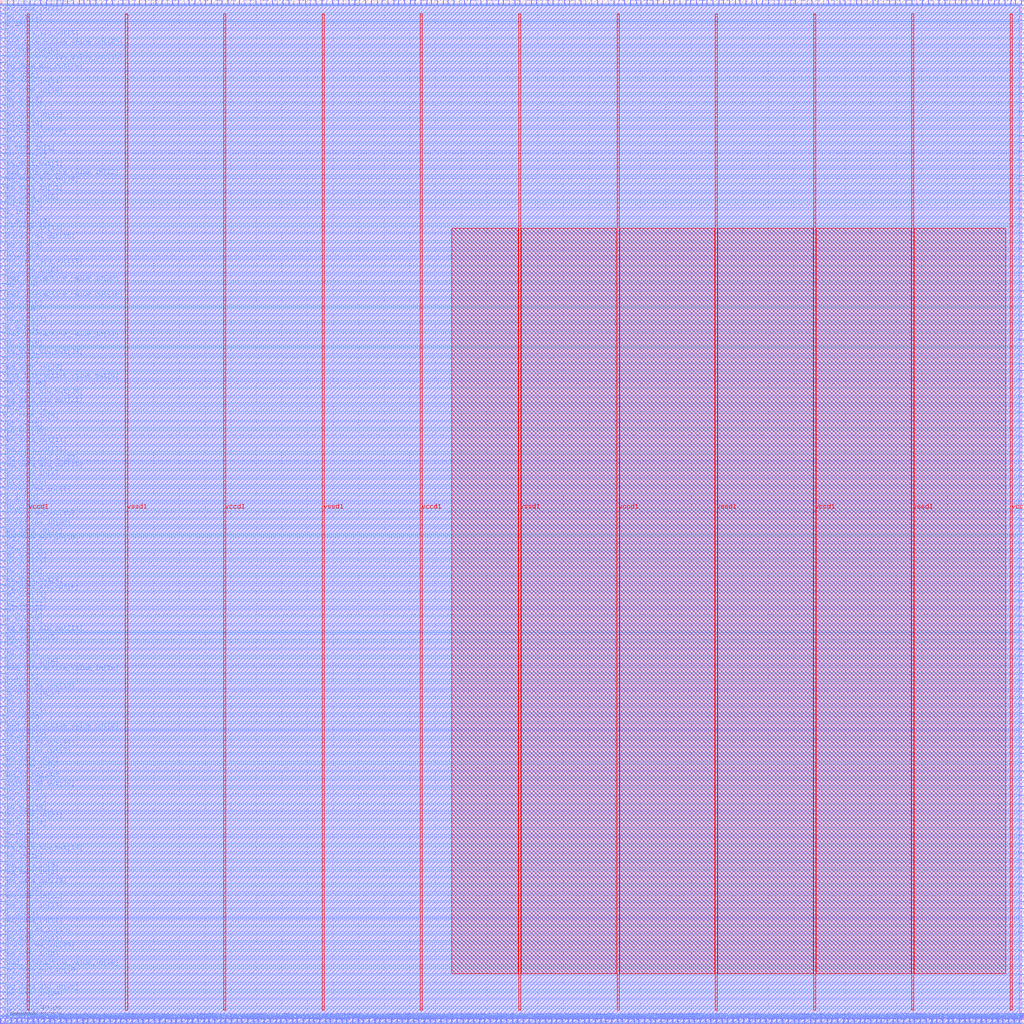
<source format=lef>
VERSION 5.7 ;
  NOWIREEXTENSIONATPIN ON ;
  DIVIDERCHAR "/" ;
  BUSBITCHARS "[]" ;
MACRO MEM_WB
  CLASS BLOCK ;
  FOREIGN MEM_WB ;
  ORIGIN 0.000 0.000 ;
  SIZE 800.000 BY 800.000 ;
  PIN clk
    DIRECTION INPUT ;
    USE SIGNAL ;
    PORT
      LAYER met2 ;
        RECT 538.290 0.000 538.570 4.000 ;
    END
  END clk
  PIN exc_code_in[0]
    DIRECTION INPUT ;
    USE SIGNAL ;
    PORT
      LAYER met2 ;
        RECT 617.410 796.000 617.690 800.000 ;
    END
  END exc_code_in[0]
  PIN exc_code_in[10]
    DIRECTION INPUT ;
    USE SIGNAL ;
    PORT
      LAYER met3 ;
        RECT 796.000 560.360 800.000 560.960 ;
    END
  END exc_code_in[10]
  PIN exc_code_in[11]
    DIRECTION INPUT ;
    USE SIGNAL ;
    PORT
      LAYER met2 ;
        RECT 654.210 0.000 654.490 4.000 ;
    END
  END exc_code_in[11]
  PIN exc_code_in[12]
    DIRECTION INPUT ;
    USE SIGNAL ;
    PORT
      LAYER met3 ;
        RECT 0.000 617.480 4.000 618.080 ;
    END
  END exc_code_in[12]
  PIN exc_code_in[13]
    DIRECTION INPUT ;
    USE SIGNAL ;
    PORT
      LAYER met3 ;
        RECT 0.000 788.840 4.000 789.440 ;
    END
  END exc_code_in[13]
  PIN exc_code_in[14]
    DIRECTION INPUT ;
    USE SIGNAL ;
    PORT
      LAYER met2 ;
        RECT 59.890 0.000 60.170 4.000 ;
    END
  END exc_code_in[14]
  PIN exc_code_in[15]
    DIRECTION INPUT ;
    USE SIGNAL ;
    PORT
      LAYER met3 ;
        RECT 796.000 458.360 800.000 458.960 ;
    END
  END exc_code_in[15]
  PIN exc_code_in[16]
    DIRECTION INPUT ;
    USE SIGNAL ;
    PORT
      LAYER met2 ;
        RECT 64.490 0.000 64.770 4.000 ;
    END
  END exc_code_in[16]
  PIN exc_code_in[17]
    DIRECTION INPUT ;
    USE SIGNAL ;
    PORT
      LAYER met3 ;
        RECT 0.000 705.880 4.000 706.480 ;
    END
  END exc_code_in[17]
  PIN exc_code_in[18]
    DIRECTION INPUT ;
    USE SIGNAL ;
    PORT
      LAYER met2 ;
        RECT 664.330 796.000 664.610 800.000 ;
    END
  END exc_code_in[18]
  PIN exc_code_in[19]
    DIRECTION INPUT ;
    USE SIGNAL ;
    PORT
      LAYER met3 ;
        RECT 0.000 724.920 4.000 725.520 ;
    END
  END exc_code_in[19]
  PIN exc_code_in[1]
    DIRECTION INPUT ;
    USE SIGNAL ;
    PORT
      LAYER met3 ;
        RECT 796.000 287.000 800.000 287.600 ;
    END
  END exc_code_in[1]
  PIN exc_code_in[20]
    DIRECTION INPUT ;
    USE SIGNAL ;
    PORT
      LAYER met3 ;
        RECT 796.000 210.840 800.000 211.440 ;
    END
  END exc_code_in[20]
  PIN exc_code_in[21]
    DIRECTION INPUT ;
    USE SIGNAL ;
    PORT
      LAYER met3 ;
        RECT 0.000 76.200 4.000 76.800 ;
    END
  END exc_code_in[21]
  PIN exc_code_in[22]
    DIRECTION INPUT ;
    USE SIGNAL ;
    PORT
      LAYER met2 ;
        RECT 236.530 0.000 236.810 4.000 ;
    END
  END exc_code_in[22]
  PIN exc_code_in[23]
    DIRECTION INPUT ;
    USE SIGNAL ;
    PORT
      LAYER met3 ;
        RECT 796.000 216.280 800.000 216.880 ;
    END
  END exc_code_in[23]
  PIN exc_code_in[24]
    DIRECTION INPUT ;
    USE SIGNAL ;
    PORT
      LAYER met3 ;
        RECT 0.000 584.840 4.000 585.440 ;
    END
  END exc_code_in[24]
  PIN exc_code_in[25]
    DIRECTION INPUT ;
    USE SIGNAL ;
    PORT
      LAYER met2 ;
        RECT 358.890 796.000 359.170 800.000 ;
    END
  END exc_code_in[25]
  PIN exc_code_in[26]
    DIRECTION INPUT ;
    USE SIGNAL ;
    PORT
      LAYER met3 ;
        RECT 796.000 470.600 800.000 471.200 ;
    END
  END exc_code_in[26]
  PIN exc_code_in[27]
    DIRECTION INPUT ;
    USE SIGNAL ;
    PORT
      LAYER met3 ;
        RECT 796.000 330.520 800.000 331.120 ;
    END
  END exc_code_in[27]
  PIN exc_code_in[28]
    DIRECTION INPUT ;
    USE SIGNAL ;
    PORT
      LAYER met3 ;
        RECT 796.000 280.200 800.000 280.800 ;
    END
  END exc_code_in[28]
  PIN exc_code_in[29]
    DIRECTION INPUT ;
    USE SIGNAL ;
    PORT
      LAYER met2 ;
        RECT 160.170 796.000 160.450 800.000 ;
    END
  END exc_code_in[29]
  PIN exc_code_in[2]
    DIRECTION INPUT ;
    USE SIGNAL ;
    PORT
      LAYER met3 ;
        RECT 796.000 389.000 800.000 389.600 ;
    END
  END exc_code_in[2]
  PIN exc_code_in[30]
    DIRECTION INPUT ;
    USE SIGNAL ;
    PORT
      LAYER met2 ;
        RECT 646.850 796.000 647.130 800.000 ;
    END
  END exc_code_in[30]
  PIN exc_code_in[31]
    DIRECTION INPUT ;
    USE SIGNAL ;
    PORT
      LAYER met3 ;
        RECT 0.000 159.160 4.000 159.760 ;
    END
  END exc_code_in[31]
  PIN exc_code_in[3]
    DIRECTION INPUT ;
    USE SIGNAL ;
    PORT
      LAYER met3 ;
        RECT 796.000 541.320 800.000 541.920 ;
    END
  END exc_code_in[3]
  PIN exc_code_in[4]
    DIRECTION INPUT ;
    USE SIGNAL ;
    PORT
      LAYER met3 ;
        RECT 0.000 278.840 4.000 279.440 ;
    END
  END exc_code_in[4]
  PIN exc_code_in[5]
    DIRECTION INPUT ;
    USE SIGNAL ;
    PORT
      LAYER met3 ;
        RECT 0.000 197.240 4.000 197.840 ;
    END
  END exc_code_in[5]
  PIN exc_code_in[6]
    DIRECTION INPUT ;
    USE SIGNAL ;
    PORT
      LAYER met3 ;
        RECT 0.000 470.600 4.000 471.200 ;
    END
  END exc_code_in[6]
  PIN exc_code_in[7]
    DIRECTION INPUT ;
    USE SIGNAL ;
    PORT
      LAYER met3 ;
        RECT 0.000 425.720 4.000 426.320 ;
    END
  END exc_code_in[7]
  PIN exc_code_in[8]
    DIRECTION INPUT ;
    USE SIGNAL ;
    PORT
      LAYER met2 ;
        RECT 679.970 0.000 680.250 4.000 ;
    END
  END exc_code_in[8]
  PIN exc_code_in[9]
    DIRECTION INPUT ;
    USE SIGNAL ;
    PORT
      LAYER met2 ;
        RECT 595.330 796.000 595.610 800.000 ;
    END
  END exc_code_in[9]
  PIN flush
    DIRECTION INPUT ;
    USE SIGNAL ;
    PORT
      LAYER met2 ;
        RECT 341.410 796.000 341.690 800.000 ;
    END
  END flush
  PIN io_code_in[0]
    DIRECTION INPUT ;
    USE SIGNAL ;
    PORT
      LAYER met2 ;
        RECT 389.250 796.000 389.530 800.000 ;
    END
  END io_code_in[0]
  PIN io_code_in[1]
    DIRECTION INPUT ;
    USE SIGNAL ;
    PORT
      LAYER met3 ;
        RECT 0.000 680.040 4.000 680.640 ;
    END
  END io_code_in[1]
  PIN io_code_in[2]
    DIRECTION INPUT ;
    USE SIGNAL ;
    PORT
      LAYER met2 ;
        RECT 633.970 796.000 634.250 800.000 ;
    END
  END io_code_in[2]
  PIN io_code_in[3]
    DIRECTION INPUT ;
    USE SIGNAL ;
    PORT
      LAYER met2 ;
        RECT 212.610 796.000 212.890 800.000 ;
    END
  END io_code_in[3]
  PIN io_code_in[4]
    DIRECTION INPUT ;
    USE SIGNAL ;
    PORT
      LAYER met2 ;
        RECT 759.090 796.000 759.370 800.000 ;
    END
  END io_code_in[4]
  PIN io_code_in[5]
    DIRECTION INPUT ;
    USE SIGNAL ;
    PORT
      LAYER met2 ;
        RECT 172.130 0.000 172.410 4.000 ;
    END
  END io_code_in[5]
  PIN io_code_in[6]
    DIRECTION INPUT ;
    USE SIGNAL ;
    PORT
      LAYER met2 ;
        RECT 354.290 796.000 354.570 800.000 ;
    END
  END io_code_in[6]
  PIN io_code_out[0]
    DIRECTION OUTPUT TRISTATE ;
    USE SIGNAL ;
    PORT
      LAYER met3 ;
        RECT 0.000 756.200 4.000 756.800 ;
    END
  END io_code_out[0]
  PIN io_code_out[1]
    DIRECTION OUTPUT TRISTATE ;
    USE SIGNAL ;
    PORT
      LAYER met2 ;
        RECT 238.370 796.000 238.650 800.000 ;
    END
  END io_code_out[1]
  PIN io_code_out[2]
    DIRECTION OUTPUT TRISTATE ;
    USE SIGNAL ;
    PORT
      LAYER met2 ;
        RECT 410.410 796.000 410.690 800.000 ;
    END
  END io_code_out[2]
  PIN io_code_out[3]
    DIRECTION OUTPUT TRISTATE ;
    USE SIGNAL ;
    PORT
      LAYER met2 ;
        RECT 206.170 0.000 206.450 4.000 ;
    END
  END io_code_out[3]
  PIN io_code_out[4]
    DIRECTION OUTPUT TRISTATE ;
    USE SIGNAL ;
    PORT
      LAYER met2 ;
        RECT 242.050 796.000 242.330 800.000 ;
    END
  END io_code_out[4]
  PIN io_code_out[5]
    DIRECTION OUTPUT TRISTATE ;
    USE SIGNAL ;
    PORT
      LAYER met2 ;
        RECT 31.370 796.000 31.650 800.000 ;
    END
  END io_code_out[5]
  PIN io_code_out[6]
    DIRECTION OUTPUT TRISTATE ;
    USE SIGNAL ;
    PORT
      LAYER met2 ;
        RECT 380.050 796.000 380.330 800.000 ;
    END
  END io_code_out[6]
  PIN is_ecall_in
    DIRECTION INPUT ;
    USE SIGNAL ;
    PORT
      LAYER met2 ;
        RECT 688.250 0.000 688.530 4.000 ;
    END
  END is_ecall_in
  PIN is_flush_in
    DIRECTION INPUT ;
    USE SIGNAL ;
    PORT
      LAYER met3 ;
        RECT 796.000 795.640 800.000 796.240 ;
    END
  END is_flush_in
  PIN is_flush_out
    DIRECTION OUTPUT TRISTATE ;
    USE SIGNAL ;
    PORT
      LAYER met2 ;
        RECT 98.530 0.000 98.810 4.000 ;
    END
  END is_flush_out
  PIN is_hit_dtlb_in
    DIRECTION INPUT ;
    USE SIGNAL ;
    PORT
      LAYER met2 ;
        RECT 285.290 796.000 285.570 800.000 ;
    END
  END is_hit_dtlb_in
  PIN is_hit_dtlb_out
    DIRECTION OUTPUT TRISTATE ;
    USE SIGNAL ;
    PORT
      LAYER met2 ;
        RECT 1.010 796.000 1.290 800.000 ;
    END
  END is_hit_dtlb_out
  PIN is_hit_itlb_in
    DIRECTION INPUT ;
    USE SIGNAL ;
    PORT
      LAYER met3 ;
        RECT 0.000 254.360 4.000 254.960 ;
    END
  END is_hit_itlb_in
  PIN is_hit_itlb_out
    DIRECTION OUTPUT TRISTATE ;
    USE SIGNAL ;
    PORT
      LAYER met2 ;
        RECT 612.810 796.000 613.090 800.000 ;
    END
  END is_hit_itlb_out
  PIN is_iret_in
    DIRECTION INPUT ;
    USE SIGNAL ;
    PORT
      LAYER met2 ;
        RECT 628.450 0.000 628.730 4.000 ;
    END
  END is_iret_in
  PIN is_iret_out
    DIRECTION OUTPUT TRISTATE ;
    USE SIGNAL ;
    PORT
      LAYER met2 ;
        RECT 21.250 0.000 21.530 4.000 ;
    END
  END is_iret_out
  PIN is_mov_in[0]
    DIRECTION INPUT ;
    USE SIGNAL ;
    PORT
      LAYER met3 ;
        RECT 0.000 622.920 4.000 623.520 ;
    END
  END is_mov_in[0]
  PIN is_mov_in[1]
    DIRECTION INPUT ;
    USE SIGNAL ;
    PORT
      LAYER met2 ;
        RECT 511.610 0.000 511.890 4.000 ;
    END
  END is_mov_in[1]
  PIN is_mov_out[0]
    DIRECTION OUTPUT TRISTATE ;
    USE SIGNAL ;
    PORT
      LAYER met2 ;
        RECT 164.770 796.000 165.050 800.000 ;
    END
  END is_mov_out[0]
  PIN is_mov_out[1]
    DIRECTION OUTPUT TRISTATE ;
    USE SIGNAL ;
    PORT
      LAYER met2 ;
        RECT 203.410 796.000 203.690 800.000 ;
    END
  END is_mov_out[1]
  PIN is_read_interactive_enabled_in
    DIRECTION INPUT ;
    USE SIGNAL ;
    PORT
      LAYER met3 ;
        RECT 796.000 465.160 800.000 465.760 ;
    END
  END is_read_interactive_enabled_in
  PIN is_read_interactive_enabled_out
    DIRECTION OUTPUT TRISTATE ;
    USE SIGNAL ;
    PORT
      LAYER met2 ;
        RECT 220.890 796.000 221.170 800.000 ;
    END
  END is_read_interactive_enabled_out
  PIN mem_addr_in[0]
    DIRECTION INPUT ;
    USE SIGNAL ;
    PORT
      LAYER met2 ;
        RECT 182.250 796.000 182.530 800.000 ;
    END
  END mem_addr_in[0]
  PIN mem_addr_in[10]
    DIRECTION INPUT ;
    USE SIGNAL ;
    PORT
      LAYER met2 ;
        RECT 219.050 0.000 219.330 4.000 ;
    END
  END mem_addr_in[10]
  PIN mem_addr_in[11]
    DIRECTION INPUT ;
    USE SIGNAL ;
    PORT
      LAYER met3 ;
        RECT 0.000 62.600 4.000 63.200 ;
    END
  END mem_addr_in[11]
  PIN mem_addr_in[12]
    DIRECTION INPUT ;
    USE SIGNAL ;
    PORT
      LAYER met2 ;
        RECT 671.690 0.000 671.970 4.000 ;
    END
  END mem_addr_in[12]
  PIN mem_addr_in[13]
    DIRECTION INPUT ;
    USE SIGNAL ;
    PORT
      LAYER met3 ;
        RECT 0.000 88.440 4.000 89.040 ;
    END
  END mem_addr_in[13]
  PIN mem_addr_in[14]
    DIRECTION INPUT ;
    USE SIGNAL ;
    PORT
      LAYER met3 ;
        RECT 796.000 242.120 800.000 242.720 ;
    END
  END mem_addr_in[14]
  PIN mem_addr_in[15]
    DIRECTION INPUT ;
    USE SIGNAL ;
    PORT
      LAYER met3 ;
        RECT 796.000 254.360 800.000 254.960 ;
    END
  END mem_addr_in[15]
  PIN mem_addr_in[16]
    DIRECTION INPUT ;
    USE SIGNAL ;
    PORT
      LAYER met2 ;
        RECT 495.050 0.000 495.330 4.000 ;
    END
  END mem_addr_in[16]
  PIN mem_addr_in[17]
    DIRECTION INPUT ;
    USE SIGNAL ;
    PORT
      LAYER met3 ;
        RECT 796.000 477.400 800.000 478.000 ;
    END
  END mem_addr_in[17]
  PIN mem_addr_in[18]
    DIRECTION INPUT ;
    USE SIGNAL ;
    PORT
      LAYER met2 ;
        RECT 651.450 796.000 651.730 800.000 ;
    END
  END mem_addr_in[18]
  PIN mem_addr_in[19]
    DIRECTION INPUT ;
    USE SIGNAL ;
    PORT
      LAYER met3 ;
        RECT 0.000 508.680 4.000 509.280 ;
    END
  END mem_addr_in[19]
  PIN mem_addr_in[1]
    DIRECTION INPUT ;
    USE SIGNAL ;
    PORT
      LAYER met2 ;
        RECT 162.930 0.000 163.210 4.000 ;
    END
  END mem_addr_in[1]
  PIN mem_addr_in[20]
    DIRECTION INPUT ;
    USE SIGNAL ;
    PORT
      LAYER met2 ;
        RECT 35.970 796.000 36.250 800.000 ;
    END
  END mem_addr_in[20]
  PIN mem_addr_in[21]
    DIRECTION INPUT ;
    USE SIGNAL ;
    PORT
      LAYER met2 ;
        RECT 300.930 0.000 301.210 4.000 ;
    END
  END mem_addr_in[21]
  PIN mem_addr_in[22]
    DIRECTION INPUT ;
    USE SIGNAL ;
    PORT
      LAYER met2 ;
        RECT 641.330 0.000 641.610 4.000 ;
    END
  END mem_addr_in[22]
  PIN mem_addr_in[23]
    DIRECTION INPUT ;
    USE SIGNAL ;
    PORT
      LAYER met3 ;
        RECT 0.000 95.240 4.000 95.840 ;
    END
  END mem_addr_in[23]
  PIN mem_addr_in[24]
    DIRECTION INPUT ;
    USE SIGNAL ;
    PORT
      LAYER met2 ;
        RECT 85.650 0.000 85.930 4.000 ;
    END
  END mem_addr_in[24]
  PIN mem_addr_in[25]
    DIRECTION INPUT ;
    USE SIGNAL ;
    PORT
      LAYER met2 ;
        RECT 757.250 0.000 757.530 4.000 ;
    END
  END mem_addr_in[25]
  PIN mem_addr_in[26]
    DIRECTION INPUT ;
    USE SIGNAL ;
    PORT
      LAYER met3 ;
        RECT 796.000 261.160 800.000 261.760 ;
    END
  END mem_addr_in[26]
  PIN mem_addr_in[27]
    DIRECTION INPUT ;
    USE SIGNAL ;
    PORT
      LAYER met2 ;
        RECT 288.050 0.000 288.330 4.000 ;
    END
  END mem_addr_in[27]
  PIN mem_addr_in[28]
    DIRECTION INPUT ;
    USE SIGNAL ;
    PORT
      LAYER met2 ;
        RECT 505.170 796.000 505.450 800.000 ;
    END
  END mem_addr_in[28]
  PIN mem_addr_in[29]
    DIRECTION INPUT ;
    USE SIGNAL ;
    PORT
      LAYER met3 ;
        RECT 0.000 19.080 4.000 19.680 ;
    END
  END mem_addr_in[29]
  PIN mem_addr_in[2]
    DIRECTION INPUT ;
    USE SIGNAL ;
    PORT
      LAYER met3 ;
        RECT 796.000 548.120 800.000 548.720 ;
    END
  END mem_addr_in[2]
  PIN mem_addr_in[30]
    DIRECTION INPUT ;
    USE SIGNAL ;
    PORT
      LAYER met2 ;
        RECT 440.770 796.000 441.050 800.000 ;
    END
  END mem_addr_in[30]
  PIN mem_addr_in[31]
    DIRECTION INPUT ;
    USE SIGNAL ;
    PORT
      LAYER met2 ;
        RECT 715.850 796.000 716.130 800.000 ;
    END
  END mem_addr_in[31]
  PIN mem_addr_in[3]
    DIRECTION INPUT ;
    USE SIGNAL ;
    PORT
      LAYER met3 ;
        RECT 0.000 50.360 4.000 50.960 ;
    END
  END mem_addr_in[3]
  PIN mem_addr_in[4]
    DIRECTION INPUT ;
    USE SIGNAL ;
    PORT
      LAYER met2 ;
        RECT 712.170 796.000 712.450 800.000 ;
    END
  END mem_addr_in[4]
  PIN mem_addr_in[5]
    DIRECTION INPUT ;
    USE SIGNAL ;
    PORT
      LAYER met2 ;
        RECT 774.730 0.000 775.010 4.000 ;
    END
  END mem_addr_in[5]
  PIN mem_addr_in[6]
    DIRECTION INPUT ;
    USE SIGNAL ;
    PORT
      LAYER met3 ;
        RECT 0.000 297.880 4.000 298.480 ;
    END
  END mem_addr_in[6]
  PIN mem_addr_in[7]
    DIRECTION INPUT ;
    USE SIGNAL ;
    PORT
      LAYER met3 ;
        RECT 796.000 707.240 800.000 707.840 ;
    END
  END mem_addr_in[7]
  PIN mem_addr_in[8]
    DIRECTION INPUT ;
    USE SIGNAL ;
    PORT
      LAYER met2 ;
        RECT 662.490 0.000 662.770 4.000 ;
    END
  END mem_addr_in[8]
  PIN mem_addr_in[9]
    DIRECTION INPUT ;
    USE SIGNAL ;
    PORT
      LAYER met2 ;
        RECT 357.050 0.000 357.330 4.000 ;
    END
  END mem_addr_in[9]
  PIN mem_data_in[0]
    DIRECTION INPUT ;
    USE SIGNAL ;
    PORT
      LAYER met2 ;
        RECT 120.610 0.000 120.890 4.000 ;
    END
  END mem_data_in[0]
  PIN mem_data_in[10]
    DIRECTION INPUT ;
    USE SIGNAL ;
    PORT
      LAYER met2 ;
        RECT 585.210 0.000 585.490 4.000 ;
    END
  END mem_data_in[10]
  PIN mem_data_in[11]
    DIRECTION INPUT ;
    USE SIGNAL ;
    PORT
      LAYER met2 ;
        RECT 103.130 0.000 103.410 4.000 ;
    END
  END mem_data_in[11]
  PIN mem_data_in[12]
    DIRECTION INPUT ;
    USE SIGNAL ;
    PORT
      LAYER met2 ;
        RECT 323.930 796.000 324.210 800.000 ;
    END
  END mem_data_in[12]
  PIN mem_data_in[13]
    DIRECTION INPUT ;
    USE SIGNAL ;
    PORT
      LAYER met2 ;
        RECT 658.810 0.000 659.090 4.000 ;
    END
  END mem_data_in[13]
  PIN mem_data_in[14]
    DIRECTION INPUT ;
    USE SIGNAL ;
    PORT
      LAYER met3 ;
        RECT 0.000 731.720 4.000 732.320 ;
    END
  END mem_data_in[14]
  PIN mem_data_in[15]
    DIRECTION INPUT ;
    USE SIGNAL ;
    PORT
      LAYER met3 ;
        RECT 796.000 534.520 800.000 535.120 ;
    END
  END mem_data_in[15]
  PIN mem_data_in[16]
    DIRECTION INPUT ;
    USE SIGNAL ;
    PORT
      LAYER met2 ;
        RECT 270.570 0.000 270.850 4.000 ;
    END
  END mem_data_in[16]
  PIN mem_data_in[17]
    DIRECTION INPUT ;
    USE SIGNAL ;
    PORT
      LAYER met3 ;
        RECT 796.000 325.080 800.000 325.680 ;
    END
  END mem_data_in[17]
  PIN mem_data_in[18]
    DIRECTION INPUT ;
    USE SIGNAL ;
    PORT
      LAYER met2 ;
        RECT 741.610 796.000 741.890 800.000 ;
    END
  END mem_data_in[18]
  PIN mem_data_in[19]
    DIRECTION INPUT ;
    USE SIGNAL ;
    PORT
      LAYER met3 ;
        RECT 0.000 380.840 4.000 381.440 ;
    END
  END mem_data_in[19]
  PIN mem_data_in[1]
    DIRECTION INPUT ;
    USE SIGNAL ;
    PORT
      LAYER met3 ;
        RECT 0.000 202.680 4.000 203.280 ;
    END
  END mem_data_in[1]
  PIN mem_data_in[20]
    DIRECTION INPUT ;
    USE SIGNAL ;
    PORT
      LAYER met2 ;
        RECT 430.650 0.000 430.930 4.000 ;
    END
  END mem_data_in[20]
  PIN mem_data_in[21]
    DIRECTION INPUT ;
    USE SIGNAL ;
    PORT
      LAYER met2 ;
        RECT 582.450 796.000 582.730 800.000 ;
    END
  END mem_data_in[21]
  PIN mem_data_in[22]
    DIRECTION INPUT ;
    USE SIGNAL ;
    PORT
      LAYER met3 ;
        RECT 796.000 617.480 800.000 618.080 ;
    END
  END mem_data_in[22]
  PIN mem_data_in[23]
    DIRECTION INPUT ;
    USE SIGNAL ;
    PORT
      LAYER met3 ;
        RECT 796.000 700.440 800.000 701.040 ;
    END
  END mem_data_in[23]
  PIN mem_data_in[24]
    DIRECTION INPUT ;
    USE SIGNAL ;
    PORT
      LAYER met2 ;
        RECT 461.930 796.000 462.210 800.000 ;
    END
  END mem_data_in[24]
  PIN mem_data_in[25]
    DIRECTION INPUT ;
    USE SIGNAL ;
    PORT
      LAYER met2 ;
        RECT 199.730 796.000 200.010 800.000 ;
    END
  END mem_data_in[25]
  PIN mem_data_in[26]
    DIRECTION INPUT ;
    USE SIGNAL ;
    PORT
      LAYER met2 ;
        RECT 728.730 796.000 729.010 800.000 ;
    END
  END mem_data_in[26]
  PIN mem_data_in[27]
    DIRECTION INPUT ;
    USE SIGNAL ;
    PORT
      LAYER met2 ;
        RECT 81.050 0.000 81.330 4.000 ;
    END
  END mem_data_in[27]
  PIN mem_data_in[28]
    DIRECTION INPUT ;
    USE SIGNAL ;
    PORT
      LAYER met3 ;
        RECT 796.000 178.200 800.000 178.800 ;
    END
  END mem_data_in[28]
  PIN mem_data_in[29]
    DIRECTION INPUT ;
    USE SIGNAL ;
    PORT
      LAYER met2 ;
        RECT 589.810 0.000 590.090 4.000 ;
    END
  END mem_data_in[29]
  PIN mem_data_in[2]
    DIRECTION INPUT ;
    USE SIGNAL ;
    PORT
      LAYER met2 ;
        RECT 402.130 796.000 402.410 800.000 ;
    END
  END mem_data_in[2]
  PIN mem_data_in[30]
    DIRECTION INPUT ;
    USE SIGNAL ;
    PORT
      LAYER met2 ;
        RECT 509.770 796.000 510.050 800.000 ;
    END
  END mem_data_in[30]
  PIN mem_data_in[31]
    DIRECTION INPUT ;
    USE SIGNAL ;
    PORT
      LAYER met3 ;
        RECT 0.000 648.760 4.000 649.360 ;
    END
  END mem_data_in[31]
  PIN mem_data_in[3]
    DIRECTION INPUT ;
    USE SIGNAL ;
    PORT
      LAYER met2 ;
        RECT 748.970 0.000 749.250 4.000 ;
    END
  END mem_data_in[3]
  PIN mem_data_in[4]
    DIRECTION INPUT ;
    USE SIGNAL ;
    PORT
      LAYER met2 ;
        RECT 159.250 0.000 159.530 4.000 ;
    END
  END mem_data_in[4]
  PIN mem_data_in[5]
    DIRECTION INPUT ;
    USE SIGNAL ;
    PORT
      LAYER met3 ;
        RECT 0.000 641.960 4.000 642.560 ;
    END
  END mem_data_in[5]
  PIN mem_data_in[6]
    DIRECTION INPUT ;
    USE SIGNAL ;
    PORT
      LAYER met2 ;
        RECT 38.730 0.000 39.010 4.000 ;
    END
  END mem_data_in[6]
  PIN mem_data_in[7]
    DIRECTION INPUT ;
    USE SIGNAL ;
    PORT
      LAYER met2 ;
        RECT 456.410 0.000 456.690 4.000 ;
    END
  END mem_data_in[7]
  PIN mem_data_in[8]
    DIRECTION INPUT ;
    USE SIGNAL ;
    PORT
      LAYER met3 ;
        RECT 0.000 119.720 4.000 120.320 ;
    END
  END mem_data_in[8]
  PIN mem_data_in[9]
    DIRECTION INPUT ;
    USE SIGNAL ;
    PORT
      LAYER met2 ;
        RECT 525.410 0.000 525.690 4.000 ;
    END
  END mem_data_in[9]
  PIN mem_data_out[0]
    DIRECTION OUTPUT TRISTATE ;
    USE SIGNAL ;
    PORT
      LAYER met2 ;
        RECT 313.810 0.000 314.090 4.000 ;
    END
  END mem_data_out[0]
  PIN mem_data_out[10]
    DIRECTION OUTPUT TRISTATE ;
    USE SIGNAL ;
    PORT
      LAYER met2 ;
        RECT 280.690 796.000 280.970 800.000 ;
    END
  END mem_data_out[10]
  PIN mem_data_out[11]
    DIRECTION OUTPUT TRISTATE ;
    USE SIGNAL ;
    PORT
      LAYER met2 ;
        RECT 701.130 0.000 701.410 4.000 ;
    END
  END mem_data_out[11]
  PIN mem_data_out[12]
    DIRECTION OUTPUT TRISTATE ;
    USE SIGNAL ;
    PORT
      LAYER met2 ;
        RECT 474.810 796.000 475.090 800.000 ;
    END
  END mem_data_out[12]
  PIN mem_data_out[13]
    DIRECTION OUTPUT TRISTATE ;
    USE SIGNAL ;
    PORT
      LAYER met2 ;
        RECT 793.130 796.000 793.410 800.000 ;
    END
  END mem_data_out[13]
  PIN mem_data_out[14]
    DIRECTION OUTPUT TRISTATE ;
    USE SIGNAL ;
    PORT
      LAYER met3 ;
        RECT 0.000 451.560 4.000 452.160 ;
    END
  END mem_data_out[14]
  PIN mem_data_out[15]
    DIRECTION OUTPUT TRISTATE ;
    USE SIGNAL ;
    PORT
      LAYER met2 ;
        RECT 795.890 0.000 796.170 4.000 ;
    END
  END mem_data_out[15]
  PIN mem_data_out[16]
    DIRECTION OUTPUT TRISTATE ;
    USE SIGNAL ;
    PORT
      LAYER met2 ;
        RECT 564.970 796.000 565.250 800.000 ;
    END
  END mem_data_out[16]
  PIN mem_data_out[17]
    DIRECTION OUTPUT TRISTATE ;
    USE SIGNAL ;
    PORT
      LAYER met2 ;
        RECT 767.370 796.000 767.650 800.000 ;
    END
  END mem_data_out[17]
  PIN mem_data_out[18]
    DIRECTION OUTPUT TRISTATE ;
    USE SIGNAL ;
    PORT
      LAYER met2 ;
        RECT 215.370 0.000 215.650 4.000 ;
    END
  END mem_data_out[18]
  PIN mem_data_out[19]
    DIRECTION OUTPUT TRISTATE ;
    USE SIGNAL ;
    PORT
      LAYER met3 ;
        RECT 0.000 107.480 4.000 108.080 ;
    END
  END mem_data_out[19]
  PIN mem_data_out[1]
    DIRECTION OUTPUT TRISTATE ;
    USE SIGNAL ;
    PORT
      LAYER met2 ;
        RECT 546.570 0.000 546.850 4.000 ;
    END
  END mem_data_out[1]
  PIN mem_data_out[20]
    DIRECTION OUTPUT TRISTATE ;
    USE SIGNAL ;
    PORT
      LAYER met2 ;
        RECT 167.530 0.000 167.810 4.000 ;
    END
  END mem_data_out[20]
  PIN mem_data_out[21]
    DIRECTION OUTPUT TRISTATE ;
    USE SIGNAL ;
    PORT
      LAYER met3 ;
        RECT 796.000 586.200 800.000 586.800 ;
    END
  END mem_data_out[21]
  PIN mem_data_out[22]
    DIRECTION OUTPUT TRISTATE ;
    USE SIGNAL ;
    PORT
      LAYER met2 ;
        RECT 121.530 796.000 121.810 800.000 ;
    END
  END mem_data_out[22]
  PIN mem_data_out[23]
    DIRECTION OUTPUT TRISTATE ;
    USE SIGNAL ;
    PORT
      LAYER met2 ;
        RECT 259.530 796.000 259.810 800.000 ;
    END
  END mem_data_out[23]
  PIN mem_data_out[24]
    DIRECTION OUTPUT TRISTATE ;
    USE SIGNAL ;
    PORT
      LAYER met3 ;
        RECT 796.000 503.240 800.000 503.840 ;
    END
  END mem_data_out[24]
  PIN mem_data_out[25]
    DIRECTION OUTPUT TRISTATE ;
    USE SIGNAL ;
    PORT
      LAYER met2 ;
        RECT 397.530 796.000 397.810 800.000 ;
    END
  END mem_data_out[25]
  PIN mem_data_out[26]
    DIRECTION OUTPUT TRISTATE ;
    USE SIGNAL ;
    PORT
      LAYER met2 ;
        RECT 87.490 796.000 87.770 800.000 ;
    END
  END mem_data_out[26]
  PIN mem_data_out[27]
    DIRECTION OUTPUT TRISTATE ;
    USE SIGNAL ;
    PORT
      LAYER met3 ;
        RECT 796.000 610.680 800.000 611.280 ;
    END
  END mem_data_out[27]
  PIN mem_data_out[28]
    DIRECTION OUTPUT TRISTATE ;
    USE SIGNAL ;
    PORT
      LAYER met3 ;
        RECT 0.000 693.640 4.000 694.240 ;
    END
  END mem_data_out[28]
  PIN mem_data_out[29]
    DIRECTION OUTPUT TRISTATE ;
    USE SIGNAL ;
    PORT
      LAYER met3 ;
        RECT 796.000 44.920 800.000 45.520 ;
    END
  END mem_data_out[29]
  PIN mem_data_out[2]
    DIRECTION OUTPUT TRISTATE ;
    USE SIGNAL ;
    PORT
      LAYER met2 ;
        RECT 483.090 796.000 483.370 800.000 ;
    END
  END mem_data_out[2]
  PIN mem_data_out[30]
    DIRECTION OUTPUT TRISTATE ;
    USE SIGNAL ;
    PORT
      LAYER met2 ;
        RECT 740.690 0.000 740.970 4.000 ;
    END
  END mem_data_out[30]
  PIN mem_data_out[31]
    DIRECTION OUTPUT TRISTATE ;
    USE SIGNAL ;
    PORT
      LAYER met3 ;
        RECT 0.000 444.760 4.000 445.360 ;
    END
  END mem_data_out[31]
  PIN mem_data_out[3]
    DIRECTION OUTPUT TRISTATE ;
    USE SIGNAL ;
    PORT
      LAYER met2 ;
        RECT 472.970 0.000 473.250 4.000 ;
    END
  END mem_data_out[3]
  PIN mem_data_out[4]
    DIRECTION OUTPUT TRISTATE ;
    USE SIGNAL ;
    PORT
      LAYER met3 ;
        RECT 0.000 342.760 4.000 343.360 ;
    END
  END mem_data_out[4]
  PIN mem_data_out[5]
    DIRECTION OUTPUT TRISTATE ;
    USE SIGNAL ;
    PORT
      LAYER met2 ;
        RECT 128.890 0.000 129.170 4.000 ;
    END
  END mem_data_out[5]
  PIN mem_data_out[6]
    DIRECTION OUTPUT TRISTATE ;
    USE SIGNAL ;
    PORT
      LAYER met2 ;
        RECT 733.330 796.000 733.610 800.000 ;
    END
  END mem_data_out[6]
  PIN mem_data_out[7]
    DIRECTION OUTPUT TRISTATE ;
    USE SIGNAL ;
    PORT
      LAYER met2 ;
        RECT 630.290 796.000 630.570 800.000 ;
    END
  END mem_data_out[7]
  PIN mem_data_out[8]
    DIRECTION OUTPUT TRISTATE ;
    USE SIGNAL ;
    PORT
      LAYER met2 ;
        RECT 451.810 0.000 452.090 4.000 ;
    END
  END mem_data_out[8]
  PIN mem_data_out[9]
    DIRECTION OUTPUT TRISTATE ;
    USE SIGNAL ;
    PORT
      LAYER met3 ;
        RECT 796.000 446.120 800.000 446.720 ;
    END
  END mem_data_out[9]
  PIN mem_to_reg_in
    DIRECTION INPUT ;
    USE SIGNAL ;
    PORT
      LAYER met2 ;
        RECT 443.530 0.000 443.810 4.000 ;
    END
  END mem_to_reg_in
  PIN mem_to_reg_out
    DIRECTION OUTPUT TRISTATE ;
    USE SIGNAL ;
    PORT
      LAYER met3 ;
        RECT 0.000 190.440 4.000 191.040 ;
    END
  END mem_to_reg_out
  PIN pc_in[0]
    DIRECTION INPUT ;
    USE SIGNAL ;
    PORT
      LAYER met2 ;
        RECT 779.330 0.000 779.610 4.000 ;
    END
  END pc_in[0]
  PIN pc_in[10]
    DIRECTION INPUT ;
    USE SIGNAL ;
    PORT
      LAYER met3 ;
        RECT 796.000 235.320 800.000 235.920 ;
    END
  END pc_in[10]
  PIN pc_in[11]
    DIRECTION INPUT ;
    USE SIGNAL ;
    PORT
      LAYER met2 ;
        RECT 305.530 0.000 305.810 4.000 ;
    END
  END pc_in[11]
  PIN pc_in[12]
    DIRECTION INPUT ;
    USE SIGNAL ;
    PORT
      LAYER met3 ;
        RECT 796.000 522.280 800.000 522.880 ;
    END
  END pc_in[12]
  PIN pc_in[13]
    DIRECTION INPUT ;
    USE SIGNAL ;
    PORT
      LAYER met2 ;
        RECT 681.810 796.000 682.090 800.000 ;
    END
  END pc_in[13]
  PIN pc_in[14]
    DIRECTION INPUT ;
    USE SIGNAL ;
    PORT
      LAYER met2 ;
        RECT 636.730 0.000 637.010 4.000 ;
    END
  END pc_in[14]
  PIN pc_in[15]
    DIRECTION INPUT ;
    USE SIGNAL ;
    PORT
      LAYER met3 ;
        RECT 0.000 266.600 4.000 267.200 ;
    END
  END pc_in[15]
  PIN pc_in[16]
    DIRECTION INPUT ;
    USE SIGNAL ;
    PORT
      LAYER met3 ;
        RECT 0.000 515.480 4.000 516.080 ;
    END
  END pc_in[16]
  PIN pc_in[17]
    DIRECTION INPUT ;
    USE SIGNAL ;
    PORT
      LAYER met2 ;
        RECT 233.770 796.000 234.050 800.000 ;
    END
  END pc_in[17]
  PIN pc_in[18]
    DIRECTION INPUT ;
    USE SIGNAL ;
    PORT
      LAYER met3 ;
        RECT 0.000 406.680 4.000 407.280 ;
    END
  END pc_in[18]
  PIN pc_in[19]
    DIRECTION INPUT ;
    USE SIGNAL ;
    PORT
      LAYER met2 ;
        RECT 694.690 796.000 694.970 800.000 ;
    END
  END pc_in[19]
  PIN pc_in[1]
    DIRECTION INPUT ;
    USE SIGNAL ;
    PORT
      LAYER met2 ;
        RECT 180.410 0.000 180.690 4.000 ;
    END
  END pc_in[1]
  PIN pc_in[20]
    DIRECTION INPUT ;
    USE SIGNAL ;
    PORT
      LAYER met2 ;
        RECT 599.930 796.000 600.210 800.000 ;
    END
  END pc_in[20]
  PIN pc_in[21]
    DIRECTION INPUT ;
    USE SIGNAL ;
    PORT
      LAYER met2 ;
        RECT 771.970 796.000 772.250 800.000 ;
    END
  END pc_in[21]
  PIN pc_in[22]
    DIRECTION INPUT ;
    USE SIGNAL ;
    PORT
      LAYER met2 ;
        RECT 487.690 796.000 487.970 800.000 ;
    END
  END pc_in[22]
  PIN pc_in[23]
    DIRECTION INPUT ;
    USE SIGNAL ;
    PORT
      LAYER met2 ;
        RECT 18.490 796.000 18.770 800.000 ;
    END
  END pc_in[23]
  PIN pc_in[24]
    DIRECTION INPUT ;
    USE SIGNAL ;
    PORT
      LAYER met2 ;
        RECT 746.210 796.000 746.490 800.000 ;
    END
  END pc_in[24]
  PIN pc_in[25]
    DIRECTION INPUT ;
    USE SIGNAL ;
    PORT
      LAYER met2 ;
        RECT 737.930 796.000 738.210 800.000 ;
    END
  END pc_in[25]
  PIN pc_in[26]
    DIRECTION INPUT ;
    USE SIGNAL ;
    PORT
      LAYER met3 ;
        RECT 0.000 629.720 4.000 630.320 ;
    END
  END pc_in[26]
  PIN pc_in[27]
    DIRECTION INPUT ;
    USE SIGNAL ;
    PORT
      LAYER met3 ;
        RECT 0.000 776.600 4.000 777.200 ;
    END
  END pc_in[27]
  PIN pc_in[28]
    DIRECTION INPUT ;
    USE SIGNAL ;
    PORT
      LAYER met2 ;
        RECT 241.130 0.000 241.410 4.000 ;
    END
  END pc_in[28]
  PIN pc_in[29]
    DIRECTION INPUT ;
    USE SIGNAL ;
    PORT
      LAYER met3 ;
        RECT 0.000 145.560 4.000 146.160 ;
    END
  END pc_in[29]
  PIN pc_in[2]
    DIRECTION INPUT ;
    USE SIGNAL ;
    PORT
      LAYER met2 ;
        RECT 567.730 0.000 568.010 4.000 ;
    END
  END pc_in[2]
  PIN pc_in[30]
    DIRECTION INPUT ;
    USE SIGNAL ;
    PORT
      LAYER met2 ;
        RECT 675.370 0.000 675.650 4.000 ;
    END
  END pc_in[30]
  PIN pc_in[31]
    DIRECTION INPUT ;
    USE SIGNAL ;
    PORT
      LAYER met2 ;
        RECT 104.970 796.000 105.250 800.000 ;
    END
  END pc_in[31]
  PIN pc_in[3]
    DIRECTION INPUT ;
    USE SIGNAL ;
    PORT
      LAYER met2 ;
        RECT 520.810 0.000 521.090 4.000 ;
    END
  END pc_in[3]
  PIN pc_in[4]
    DIRECTION INPUT ;
    USE SIGNAL ;
    PORT
      LAYER met2 ;
        RECT 292.650 0.000 292.930 4.000 ;
    END
  END pc_in[4]
  PIN pc_in[5]
    DIRECTION INPUT ;
    USE SIGNAL ;
    PORT
      LAYER met2 ;
        RECT 784.850 796.000 785.130 800.000 ;
    END
  END pc_in[5]
  PIN pc_in[6]
    DIRECTION INPUT ;
    USE SIGNAL ;
    PORT
      LAYER met3 ;
        RECT 0.000 138.760 4.000 139.360 ;
    END
  END pc_in[6]
  PIN pc_in[7]
    DIRECTION INPUT ;
    USE SIGNAL ;
    PORT
      LAYER met3 ;
        RECT 796.000 108.840 800.000 109.440 ;
    END
  END pc_in[7]
  PIN pc_in[8]
    DIRECTION INPUT ;
    USE SIGNAL ;
    PORT
      LAYER met2 ;
        RECT 95.770 796.000 96.050 800.000 ;
    END
  END pc_in[8]
  PIN pc_in[9]
    DIRECTION INPUT ;
    USE SIGNAL ;
    PORT
      LAYER met2 ;
        RECT 147.290 796.000 147.570 800.000 ;
    END
  END pc_in[9]
  PIN pc_out[0]
    DIRECTION OUTPUT TRISTATE ;
    USE SIGNAL ;
    PORT
      LAYER met2 ;
        RECT 12.970 0.000 13.250 4.000 ;
    END
  END pc_out[0]
  PIN pc_out[10]
    DIRECTION OUTPUT TRISTATE ;
    USE SIGNAL ;
    PORT
      LAYER met3 ;
        RECT 796.000 140.120 800.000 140.720 ;
    END
  END pc_out[10]
  PIN pc_out[11]
    DIRECTION OUTPUT TRISTATE ;
    USE SIGNAL ;
    PORT
      LAYER met2 ;
        RECT 126.130 796.000 126.410 800.000 ;
    END
  END pc_out[11]
  PIN pc_out[12]
    DIRECTION OUTPUT TRISTATE ;
    USE SIGNAL ;
    PORT
      LAYER met3 ;
        RECT 796.000 776.600 800.000 777.200 ;
    END
  END pc_out[12]
  PIN pc_out[13]
    DIRECTION OUTPUT TRISTATE ;
    USE SIGNAL ;
    PORT
      LAYER met3 ;
        RECT 796.000 63.960 800.000 64.560 ;
    END
  END pc_out[13]
  PIN pc_out[14]
    DIRECTION OUTPUT TRISTATE ;
    USE SIGNAL ;
    PORT
      LAYER met2 ;
        RECT 554.850 0.000 555.130 4.000 ;
    END
  END pc_out[14]
  PIN pc_out[15]
    DIRECTION OUTPUT TRISTATE ;
    USE SIGNAL ;
    PORT
      LAYER met3 ;
        RECT 0.000 311.480 4.000 312.080 ;
    END
  END pc_out[15]
  PIN pc_out[16]
    DIRECTION OUTPUT TRISTATE ;
    USE SIGNAL ;
    PORT
      LAYER met3 ;
        RECT 796.000 451.560 800.000 452.160 ;
    END
  END pc_out[16]
  PIN pc_out[17]
    DIRECTION OUTPUT TRISTATE ;
    USE SIGNAL ;
    PORT
      LAYER met2 ;
        RECT 421.450 0.000 421.730 4.000 ;
    END
  END pc_out[17]
  PIN pc_out[18]
    DIRECTION OUTPUT TRISTATE ;
    USE SIGNAL ;
    PORT
      LAYER met3 ;
        RECT 796.000 738.520 800.000 739.120 ;
    END
  END pc_out[18]
  PIN pc_out[19]
    DIRECTION OUTPUT TRISTATE ;
    USE SIGNAL ;
    PORT
      LAYER met3 ;
        RECT 796.000 572.600 800.000 573.200 ;
    END
  END pc_out[19]
  PIN pc_out[1]
    DIRECTION OUTPUT TRISTATE ;
    USE SIGNAL ;
    PORT
      LAYER met2 ;
        RECT 137.170 0.000 137.450 4.000 ;
    END
  END pc_out[1]
  PIN pc_out[20]
    DIRECTION OUTPUT TRISTATE ;
    USE SIGNAL ;
    PORT
      LAYER met3 ;
        RECT 0.000 235.320 4.000 235.920 ;
    END
  END pc_out[20]
  PIN pc_out[21]
    DIRECTION OUTPUT TRISTATE ;
    USE SIGNAL ;
    PORT
      LAYER met2 ;
        RECT 349.690 796.000 349.970 800.000 ;
    END
  END pc_out[21]
  PIN pc_out[22]
    DIRECTION OUTPUT TRISTATE ;
    USE SIGNAL ;
    PORT
      LAYER met3 ;
        RECT 0.000 100.680 4.000 101.280 ;
    END
  END pc_out[22]
  PIN pc_out[23]
    DIRECTION OUTPUT TRISTATE ;
    USE SIGNAL ;
    PORT
      LAYER met2 ;
        RECT 431.570 796.000 431.850 800.000 ;
    END
  END pc_out[23]
  PIN pc_out[24]
    DIRECTION OUTPUT TRISTATE ;
    USE SIGNAL ;
    PORT
      LAYER met3 ;
        RECT 796.000 70.760 800.000 71.360 ;
    END
  END pc_out[24]
  PIN pc_out[25]
    DIRECTION OUTPUT TRISTATE ;
    USE SIGNAL ;
    PORT
      LAYER met2 ;
        RECT 90.250 0.000 90.530 4.000 ;
    END
  END pc_out[25]
  PIN pc_out[26]
    DIRECTION OUTPUT TRISTATE ;
    USE SIGNAL ;
    PORT
      LAYER met2 ;
        RECT 335.890 0.000 336.170 4.000 ;
    END
  END pc_out[26]
  PIN pc_out[27]
    DIRECTION OUTPUT TRISTATE ;
    USE SIGNAL ;
    PORT
      LAYER met2 ;
        RECT 3.770 0.000 4.050 4.000 ;
    END
  END pc_out[27]
  PIN pc_out[28]
    DIRECTION OUTPUT TRISTATE ;
    USE SIGNAL ;
    PORT
      LAYER met2 ;
        RECT 492.290 796.000 492.570 800.000 ;
    END
  END pc_out[28]
  PIN pc_out[29]
    DIRECTION OUTPUT TRISTATE ;
    USE SIGNAL ;
    PORT
      LAYER met3 ;
        RECT 796.000 382.200 800.000 382.800 ;
    END
  END pc_out[29]
  PIN pc_out[2]
    DIRECTION OUTPUT TRISTATE ;
    USE SIGNAL ;
    PORT
      LAYER met2 ;
        RECT 620.170 0.000 620.450 4.000 ;
    END
  END pc_out[2]
  PIN pc_out[30]
    DIRECTION OUTPUT TRISTATE ;
    USE SIGNAL ;
    PORT
      LAYER met3 ;
        RECT 796.000 273.400 800.000 274.000 ;
    END
  END pc_out[30]
  PIN pc_out[31]
    DIRECTION OUTPUT TRISTATE ;
    USE SIGNAL ;
    PORT
      LAYER met2 ;
        RECT 736.090 0.000 736.370 4.000 ;
    END
  END pc_out[31]
  PIN pc_out[3]
    DIRECTION OUTPUT TRISTATE ;
    USE SIGNAL ;
    PORT
      LAYER met3 ;
        RECT 0.000 81.640 4.000 82.240 ;
    END
  END pc_out[3]
  PIN pc_out[4]
    DIRECTION OUTPUT TRISTATE ;
    USE SIGNAL ;
    PORT
      LAYER met3 ;
        RECT 796.000 267.960 800.000 268.560 ;
    END
  END pc_out[4]
  PIN pc_out[5]
    DIRECTION OUTPUT TRISTATE ;
    USE SIGNAL ;
    PORT
      LAYER met3 ;
        RECT 0.000 539.960 4.000 540.560 ;
    END
  END pc_out[5]
  PIN pc_out[6]
    DIRECTION OUTPUT TRISTATE ;
    USE SIGNAL ;
    PORT
      LAYER met3 ;
        RECT 796.000 12.280 800.000 12.880 ;
    END
  END pc_out[6]
  PIN pc_out[7]
    DIRECTION OUTPUT TRISTATE ;
    USE SIGNAL ;
    PORT
      LAYER met2 ;
        RECT 615.570 0.000 615.850 4.000 ;
    END
  END pc_out[7]
  PIN pc_out[8]
    DIRECTION OUTPUT TRISTATE ;
    USE SIGNAL ;
    PORT
      LAYER met3 ;
        RECT 796.000 76.200 800.000 76.800 ;
    END
  END pc_out[8]
  PIN pc_out[9]
    DIRECTION OUTPUT TRISTATE ;
    USE SIGNAL ;
    PORT
      LAYER met2 ;
        RECT 587.050 796.000 587.330 800.000 ;
    END
  END pc_out[9]
  PIN psw_in
    DIRECTION INPUT ;
    USE SIGNAL ;
    PORT
      LAYER met2 ;
        RECT 391.090 0.000 391.370 4.000 ;
    END
  END psw_in
  PIN read_interactive_value_in[0]
    DIRECTION INPUT ;
    USE SIGNAL ;
    PORT
      LAYER met2 ;
        RECT 518.050 796.000 518.330 800.000 ;
    END
  END read_interactive_value_in[0]
  PIN read_interactive_value_in[10]
    DIRECTION INPUT ;
    USE SIGNAL ;
    PORT
      LAYER met2 ;
        RECT 638.570 796.000 638.850 800.000 ;
    END
  END read_interactive_value_in[10]
  PIN read_interactive_value_in[11]
    DIRECTION INPUT ;
    USE SIGNAL ;
    PORT
      LAYER met3 ;
        RECT 0.000 534.520 4.000 535.120 ;
    END
  END read_interactive_value_in[11]
  PIN read_interactive_value_in[12]
    DIRECTION INPUT ;
    USE SIGNAL ;
    PORT
      LAYER met2 ;
        RECT 117.850 796.000 118.130 800.000 ;
    END
  END read_interactive_value_in[12]
  PIN read_interactive_value_in[13]
    DIRECTION INPUT ;
    USE SIGNAL ;
    PORT
      LAYER met2 ;
        RECT 134.410 796.000 134.690 800.000 ;
    END
  END read_interactive_value_in[13]
  PIN read_interactive_value_in[14]
    DIRECTION INPUT ;
    USE SIGNAL ;
    PORT
      LAYER met2 ;
        RECT 697.450 0.000 697.730 4.000 ;
    END
  END read_interactive_value_in[14]
  PIN read_interactive_value_in[15]
    DIRECTION INPUT ;
    USE SIGNAL ;
    PORT
      LAYER met3 ;
        RECT 0.000 273.400 4.000 274.000 ;
    END
  END read_interactive_value_in[15]
  PIN read_interactive_value_in[16]
    DIRECTION INPUT ;
    USE SIGNAL ;
    PORT
      LAYER met3 ;
        RECT 796.000 432.520 800.000 433.120 ;
    END
  END read_interactive_value_in[16]
  PIN read_interactive_value_in[17]
    DIRECTION INPUT ;
    USE SIGNAL ;
    PORT
      LAYER met2 ;
        RECT 339.570 0.000 339.850 4.000 ;
    END
  END read_interactive_value_in[17]
  PIN read_interactive_value_in[18]
    DIRECTION INPUT ;
    USE SIGNAL ;
    PORT
      LAYER met3 ;
        RECT 796.000 413.480 800.000 414.080 ;
    END
  END read_interactive_value_in[18]
  PIN read_interactive_value_in[19]
    DIRECTION INPUT ;
    USE SIGNAL ;
    PORT
      LAYER met2 ;
        RECT 645.930 0.000 646.210 4.000 ;
    END
  END read_interactive_value_in[19]
  PIN read_interactive_value_in[1]
    DIRECTION INPUT ;
    USE SIGNAL ;
    PORT
      LAYER met2 ;
        RECT 229.170 796.000 229.450 800.000 ;
    END
  END read_interactive_value_in[1]
  PIN read_interactive_value_in[20]
    DIRECTION INPUT ;
    USE SIGNAL ;
    PORT
      LAYER met3 ;
        RECT 796.000 185.000 800.000 185.600 ;
    END
  END read_interactive_value_in[20]
  PIN read_interactive_value_in[21]
    DIRECTION INPUT ;
    USE SIGNAL ;
    PORT
      LAYER met2 ;
        RECT 572.330 0.000 572.610 4.000 ;
    END
  END read_interactive_value_in[21]
  PIN read_interactive_value_in[22]
    DIRECTION INPUT ;
    USE SIGNAL ;
    PORT
      LAYER met3 ;
        RECT 796.000 191.800 800.000 192.400 ;
    END
  END read_interactive_value_in[22]
  PIN read_interactive_value_in[23]
    DIRECTION INPUT ;
    USE SIGNAL ;
    PORT
      LAYER met3 ;
        RECT 0.000 661.000 4.000 661.600 ;
    END
  END read_interactive_value_in[23]
  PIN read_interactive_value_in[24]
    DIRECTION INPUT ;
    USE SIGNAL ;
    PORT
      LAYER met2 ;
        RECT 479.410 796.000 479.690 800.000 ;
    END
  END read_interactive_value_in[24]
  PIN read_interactive_value_in[25]
    DIRECTION INPUT ;
    USE SIGNAL ;
    PORT
      LAYER met3 ;
        RECT 796.000 363.160 800.000 363.760 ;
    END
  END read_interactive_value_in[25]
  PIN read_interactive_value_in[26]
    DIRECTION INPUT ;
    USE SIGNAL ;
    PORT
      LAYER met3 ;
        RECT 0.000 578.040 4.000 578.640 ;
    END
  END read_interactive_value_in[26]
  PIN read_interactive_value_in[27]
    DIRECTION INPUT ;
    USE SIGNAL ;
    PORT
      LAYER met2 ;
        RECT 418.690 796.000 418.970 800.000 ;
    END
  END read_interactive_value_in[27]
  PIN read_interactive_value_in[28]
    DIRECTION INPUT ;
    USE SIGNAL ;
    PORT
      LAYER met3 ;
        RECT 0.000 43.560 4.000 44.160 ;
    END
  END read_interactive_value_in[28]
  PIN read_interactive_value_in[29]
    DIRECTION INPUT ;
    USE SIGNAL ;
    PORT
      LAYER met2 ;
        RECT 551.170 0.000 551.450 4.000 ;
    END
  END read_interactive_value_in[29]
  PIN read_interactive_value_in[2]
    DIRECTION INPUT ;
    USE SIGNAL ;
    PORT
      LAYER met2 ;
        RECT 333.130 796.000 333.410 800.000 ;
    END
  END read_interactive_value_in[2]
  PIN read_interactive_value_in[30]
    DIRECTION INPUT ;
    USE SIGNAL ;
    PORT
      LAYER met3 ;
        RECT 796.000 629.720 800.000 630.320 ;
    END
  END read_interactive_value_in[30]
  PIN read_interactive_value_in[31]
    DIRECTION INPUT ;
    USE SIGNAL ;
    PORT
      LAYER met3 ;
        RECT 796.000 121.080 800.000 121.680 ;
    END
  END read_interactive_value_in[31]
  PIN read_interactive_value_in[3]
    DIRECTION INPUT ;
    USE SIGNAL ;
    PORT
      LAYER met3 ;
        RECT 796.000 669.160 800.000 669.760 ;
    END
  END read_interactive_value_in[3]
  PIN read_interactive_value_in[4]
    DIRECTION INPUT ;
    USE SIGNAL ;
    PORT
      LAYER met2 ;
        RECT 714.010 0.000 714.290 4.000 ;
    END
  END read_interactive_value_in[4]
  PIN read_interactive_value_in[5]
    DIRECTION INPUT ;
    USE SIGNAL ;
    PORT
      LAYER met2 ;
        RECT 249.410 0.000 249.690 4.000 ;
    END
  END read_interactive_value_in[5]
  PIN read_interactive_value_in[6]
    DIRECTION INPUT ;
    USE SIGNAL ;
    PORT
      LAYER met2 ;
        RECT 279.770 0.000 280.050 4.000 ;
    END
  END read_interactive_value_in[6]
  PIN read_interactive_value_in[7]
    DIRECTION INPUT ;
    USE SIGNAL ;
    PORT
      LAYER met3 ;
        RECT 796.000 489.640 800.000 490.240 ;
    END
  END read_interactive_value_in[7]
  PIN read_interactive_value_in[8]
    DIRECTION INPUT ;
    USE SIGNAL ;
    PORT
      LAYER met3 ;
        RECT 796.000 579.400 800.000 580.000 ;
    END
  END read_interactive_value_in[8]
  PIN read_interactive_value_in[9]
    DIRECTION INPUT ;
    USE SIGNAL ;
    PORT
      LAYER met2 ;
        RECT 13.890 796.000 14.170 800.000 ;
    END
  END read_interactive_value_in[9]
  PIN read_interactive_value_out[0]
    DIRECTION OUTPUT TRISTATE ;
    USE SIGNAL ;
    PORT
      LAYER met3 ;
        RECT 0.000 501.880 4.000 502.480 ;
    END
  END read_interactive_value_out[0]
  PIN read_interactive_value_out[10]
    DIRECTION OUTPUT TRISTATE ;
    USE SIGNAL ;
    PORT
      LAYER met2 ;
        RECT 231.930 0.000 232.210 4.000 ;
    END
  END read_interactive_value_out[10]
  PIN read_interactive_value_out[11]
    DIRECTION OUTPUT TRISTATE ;
    USE SIGNAL ;
    PORT
      LAYER met2 ;
        RECT 177.650 796.000 177.930 800.000 ;
    END
  END read_interactive_value_out[11]
  PIN read_interactive_value_out[12]
    DIRECTION OUTPUT TRISTATE ;
    USE SIGNAL ;
    PORT
      LAYER met3 ;
        RECT 796.000 38.120 800.000 38.720 ;
    END
  END read_interactive_value_out[12]
  PIN read_interactive_value_out[13]
    DIRECTION OUTPUT TRISTATE ;
    USE SIGNAL ;
    PORT
      LAYER met2 ;
        RECT 382.810 0.000 383.090 4.000 ;
    END
  END read_interactive_value_out[13]
  PIN read_interactive_value_out[14]
    DIRECTION OUTPUT TRISTATE ;
    USE SIGNAL ;
    PORT
      LAYER met2 ;
        RECT 457.330 796.000 457.610 800.000 ;
    END
  END read_interactive_value_out[14]
  PIN read_interactive_value_out[15]
    DIRECTION OUTPUT TRISTATE ;
    USE SIGNAL ;
    PORT
      LAYER met3 ;
        RECT 0.000 750.760 4.000 751.360 ;
    END
  END read_interactive_value_out[15]
  PIN read_interactive_value_out[16]
    DIRECTION OUTPUT TRISTATE ;
    USE SIGNAL ;
    PORT
      LAYER met3 ;
        RECT 796.000 750.760 800.000 751.360 ;
    END
  END read_interactive_value_out[16]
  PIN read_interactive_value_out[17]
    DIRECTION OUTPUT TRISTATE ;
    USE SIGNAL ;
    PORT
      LAYER met2 ;
        RECT 444.450 796.000 444.730 800.000 ;
    END
  END read_interactive_value_out[17]
  PIN read_interactive_value_out[18]
    DIRECTION OUTPUT TRISTATE ;
    USE SIGNAL ;
    PORT
      LAYER met3 ;
        RECT 0.000 565.800 4.000 566.400 ;
    END
  END read_interactive_value_out[18]
  PIN read_interactive_value_out[19]
    DIRECTION OUTPUT TRISTATE ;
    USE SIGNAL ;
    PORT
      LAYER met2 ;
        RECT 447.210 0.000 447.490 4.000 ;
    END
  END read_interactive_value_out[19]
  PIN read_interactive_value_out[1]
    DIRECTION OUTPUT TRISTATE ;
    USE SIGNAL ;
    PORT
      LAYER met2 ;
        RECT 460.090 0.000 460.370 4.000 ;
    END
  END read_interactive_value_out[1]
  PIN read_interactive_value_out[20]
    DIRECTION OUTPUT TRISTATE ;
    USE SIGNAL ;
    PORT
      LAYER met3 ;
        RECT 0.000 763.000 4.000 763.600 ;
    END
  END read_interactive_value_out[20]
  PIN read_interactive_value_out[21]
    DIRECTION OUTPUT TRISTATE ;
    USE SIGNAL ;
    PORT
      LAYER met3 ;
        RECT 796.000 439.320 800.000 439.920 ;
    END
  END read_interactive_value_out[21]
  PIN read_interactive_value_out[22]
    DIRECTION OUTPUT TRISTATE ;
    USE SIGNAL ;
    PORT
      LAYER met2 ;
        RECT 302.770 796.000 303.050 800.000 ;
    END
  END read_interactive_value_out[22]
  PIN read_interactive_value_out[23]
    DIRECTION OUTPUT TRISTATE ;
    USE SIGNAL ;
    PORT
      LAYER met3 ;
        RECT 796.000 688.200 800.000 688.800 ;
    END
  END read_interactive_value_out[23]
  PIN read_interactive_value_out[24]
    DIRECTION OUTPUT TRISTATE ;
    USE SIGNAL ;
    PORT
      LAYER met2 ;
        RECT 5.610 796.000 5.890 800.000 ;
    END
  END read_interactive_value_out[24]
  PIN read_interactive_value_out[25]
    DIRECTION OUTPUT TRISTATE ;
    USE SIGNAL ;
    PORT
      LAYER met2 ;
        RECT 604.530 796.000 604.810 800.000 ;
    END
  END read_interactive_value_out[25]
  PIN read_interactive_value_out[26]
    DIRECTION OUTPUT TRISTATE ;
    USE SIGNAL ;
    PORT
      LAYER met3 ;
        RECT 796.000 605.240 800.000 605.840 ;
    END
  END read_interactive_value_out[26]
  PIN read_interactive_value_out[27]
    DIRECTION OUTPUT TRISTATE ;
    USE SIGNAL ;
    PORT
      LAYER met2 ;
        RECT 289.890 796.000 290.170 800.000 ;
    END
  END read_interactive_value_out[27]
  PIN read_interactive_value_out[28]
    DIRECTION OUTPUT TRISTATE ;
    USE SIGNAL ;
    PORT
      LAYER met3 ;
        RECT 796.000 731.720 800.000 732.320 ;
    END
  END read_interactive_value_out[28]
  PIN read_interactive_value_out[29]
    DIRECTION OUTPUT TRISTATE ;
    USE SIGNAL ;
    PORT
      LAYER met2 ;
        RECT 336.810 796.000 337.090 800.000 ;
    END
  END read_interactive_value_out[29]
  PIN read_interactive_value_out[2]
    DIRECTION OUTPUT TRISTATE ;
    USE SIGNAL ;
    PORT
      LAYER met3 ;
        RECT 0.000 228.520 4.000 229.120 ;
    END
  END read_interactive_value_out[2]
  PIN read_interactive_value_out[30]
    DIRECTION OUTPUT TRISTATE ;
    USE SIGNAL ;
    PORT
      LAYER met2 ;
        RECT 266.890 0.000 267.170 4.000 ;
    END
  END read_interactive_value_out[30]
  PIN read_interactive_value_out[31]
    DIRECTION OUTPUT TRISTATE ;
    USE SIGNAL ;
    PORT
      LAYER met3 ;
        RECT 796.000 31.320 800.000 31.920 ;
    END
  END read_interactive_value_out[31]
  PIN read_interactive_value_out[3]
    DIRECTION OUTPUT TRISTATE ;
    USE SIGNAL ;
    PORT
      LAYER met2 ;
        RECT 395.690 0.000 395.970 4.000 ;
    END
  END read_interactive_value_out[3]
  PIN read_interactive_value_out[4]
    DIRECTION OUTPUT TRISTATE ;
    USE SIGNAL ;
    PORT
      LAYER met2 ;
        RECT 556.690 796.000 556.970 800.000 ;
    END
  END read_interactive_value_out[4]
  PIN read_interactive_value_out[5]
    DIRECTION OUTPUT TRISTATE ;
    USE SIGNAL ;
    PORT
      LAYER met2 ;
        RECT 643.170 796.000 643.450 800.000 ;
    END
  END read_interactive_value_out[5]
  PIN read_interactive_value_out[6]
    DIRECTION OUTPUT TRISTATE ;
    USE SIGNAL ;
    PORT
      LAYER met2 ;
        RECT 47.010 0.000 47.290 4.000 ;
    END
  END read_interactive_value_out[6]
  PIN read_interactive_value_out[7]
    DIRECTION OUTPUT TRISTATE ;
    USE SIGNAL ;
    PORT
      LAYER met3 ;
        RECT 796.000 89.800 800.000 90.400 ;
    END
  END read_interactive_value_out[7]
  PIN read_interactive_value_out[8]
    DIRECTION OUTPUT TRISTATE ;
    USE SIGNAL ;
    PORT
      LAYER met2 ;
        RECT 143.610 796.000 143.890 800.000 ;
    END
  END read_interactive_value_out[8]
  PIN read_interactive_value_out[9]
    DIRECTION OUTPUT TRISTATE ;
    USE SIGNAL ;
    PORT
      LAYER met2 ;
        RECT 195.130 796.000 195.410 800.000 ;
    END
  END read_interactive_value_out[9]
  PIN reg_data_alu_in[0]
    DIRECTION INPUT ;
    USE SIGNAL ;
    PORT
      LAYER met2 ;
        RECT 392.930 796.000 393.210 800.000 ;
    END
  END reg_data_alu_in[0]
  PIN reg_data_alu_in[10]
    DIRECTION INPUT ;
    USE SIGNAL ;
    PORT
      LAYER met2 ;
        RECT 188.690 0.000 188.970 4.000 ;
    END
  END reg_data_alu_in[10]
  PIN reg_data_alu_in[11]
    DIRECTION INPUT ;
    USE SIGNAL ;
    PORT
      LAYER met2 ;
        RECT 427.890 796.000 428.170 800.000 ;
    END
  END reg_data_alu_in[11]
  PIN reg_data_alu_in[12]
    DIRECTION INPUT ;
    USE SIGNAL ;
    PORT
      LAYER met3 ;
        RECT 796.000 306.040 800.000 306.640 ;
    END
  END reg_data_alu_in[12]
  PIN reg_data_alu_in[13]
    DIRECTION INPUT ;
    USE SIGNAL ;
    PORT
      LAYER met3 ;
        RECT 0.000 375.400 4.000 376.000 ;
    END
  END reg_data_alu_in[13]
  PIN reg_data_alu_in[14]
    DIRECTION INPUT ;
    USE SIGNAL ;
    PORT
      LAYER met3 ;
        RECT 0.000 655.560 4.000 656.160 ;
    END
  END reg_data_alu_in[14]
  PIN reg_data_alu_in[15]
    DIRECTION INPUT ;
    USE SIGNAL ;
    PORT
      LAYER met2 ;
        RECT 113.250 796.000 113.530 800.000 ;
    END
  END reg_data_alu_in[15]
  PIN reg_data_alu_in[16]
    DIRECTION INPUT ;
    USE SIGNAL ;
    PORT
      LAYER met2 ;
        RECT 507.930 0.000 508.210 4.000 ;
    END
  END reg_data_alu_in[16]
  PIN reg_data_alu_in[17]
    DIRECTION INPUT ;
    USE SIGNAL ;
    PORT
      LAYER met3 ;
        RECT 796.000 19.080 800.000 19.680 ;
    END
  END reg_data_alu_in[17]
  PIN reg_data_alu_in[18]
    DIRECTION INPUT ;
    USE SIGNAL ;
    PORT
      LAYER met3 ;
        RECT 796.000 693.640 800.000 694.240 ;
    END
  END reg_data_alu_in[18]
  PIN reg_data_alu_in[19]
    DIRECTION INPUT ;
    USE SIGNAL ;
    PORT
      LAYER met3 ;
        RECT 0.000 38.120 4.000 38.720 ;
    END
  END reg_data_alu_in[19]
  PIN reg_data_alu_in[1]
    DIRECTION INPUT ;
    USE SIGNAL ;
    PORT
      LAYER met2 ;
        RECT 610.970 0.000 611.250 4.000 ;
    END
  END reg_data_alu_in[1]
  PIN reg_data_alu_in[20]
    DIRECTION INPUT ;
    USE SIGNAL ;
    PORT
      LAYER met2 ;
        RECT 750.810 796.000 751.090 800.000 ;
    END
  END reg_data_alu_in[20]
  PIN reg_data_alu_in[21]
    DIRECTION INPUT ;
    USE SIGNAL ;
    PORT
      LAYER met3 ;
        RECT 796.000 369.960 800.000 370.560 ;
    END
  END reg_data_alu_in[21]
  PIN reg_data_alu_in[22]
    DIRECTION INPUT ;
    USE SIGNAL ;
    PORT
      LAYER met3 ;
        RECT 796.000 229.880 800.000 230.480 ;
    END
  END reg_data_alu_in[22]
  PIN reg_data_alu_in[23]
    DIRECTION INPUT ;
    USE SIGNAL ;
    PORT
      LAYER met2 ;
        RECT 318.410 0.000 318.690 4.000 ;
    END
  END reg_data_alu_in[23]
  PIN reg_data_alu_in[24]
    DIRECTION INPUT ;
    USE SIGNAL ;
    PORT
      LAYER met2 ;
        RECT 92.090 796.000 92.370 800.000 ;
    END
  END reg_data_alu_in[24]
  PIN reg_data_alu_in[25]
    DIRECTION INPUT ;
    USE SIGNAL ;
    PORT
      LAYER met3 ;
        RECT 0.000 24.520 4.000 25.120 ;
    END
  END reg_data_alu_in[25]
  PIN reg_data_alu_in[26]
    DIRECTION INPUT ;
    USE SIGNAL ;
    PORT
      LAYER met2 ;
        RECT 346.010 796.000 346.290 800.000 ;
    END
  END reg_data_alu_in[26]
  PIN reg_data_alu_in[27]
    DIRECTION INPUT ;
    USE SIGNAL ;
    PORT
      LAYER met2 ;
        RECT 107.730 0.000 108.010 4.000 ;
    END
  END reg_data_alu_in[27]
  PIN reg_data_alu_in[28]
    DIRECTION INPUT ;
    USE SIGNAL ;
    PORT
      LAYER met3 ;
        RECT 0.000 437.960 4.000 438.560 ;
    END
  END reg_data_alu_in[28]
  PIN reg_data_alu_in[29]
    DIRECTION INPUT ;
    USE SIGNAL ;
    PORT
      LAYER met2 ;
        RECT 792.210 0.000 792.490 4.000 ;
    END
  END reg_data_alu_in[29]
  PIN reg_data_alu_in[2]
    DIRECTION INPUT ;
    USE SIGNAL ;
    PORT
      LAYER met2 ;
        RECT 323.010 0.000 323.290 4.000 ;
    END
  END reg_data_alu_in[2]
  PIN reg_data_alu_in[30]
    DIRECTION INPUT ;
    USE SIGNAL ;
    PORT
      LAYER met2 ;
        RECT 744.370 0.000 744.650 4.000 ;
    END
  END reg_data_alu_in[30]
  PIN reg_data_alu_in[31]
    DIRECTION INPUT ;
    USE SIGNAL ;
    PORT
      LAYER met3 ;
        RECT 796.000 788.840 800.000 789.440 ;
    END
  END reg_data_alu_in[31]
  PIN reg_data_alu_in[3]
    DIRECTION INPUT ;
    USE SIGNAL ;
    PORT
      LAYER met2 ;
        RECT 186.850 796.000 187.130 800.000 ;
    END
  END reg_data_alu_in[3]
  PIN reg_data_alu_in[4]
    DIRECTION INPUT ;
    USE SIGNAL ;
    PORT
      LAYER met2 ;
        RECT 667.090 0.000 667.370 4.000 ;
    END
  END reg_data_alu_in[4]
  PIN reg_data_alu_in[5]
    DIRECTION INPUT ;
    USE SIGNAL ;
    PORT
      LAYER met2 ;
        RECT 685.490 796.000 685.770 800.000 ;
    END
  END reg_data_alu_in[5]
  PIN reg_data_alu_in[6]
    DIRECTION INPUT ;
    USE SIGNAL ;
    PORT
      LAYER met2 ;
        RECT 500.570 796.000 500.850 800.000 ;
    END
  END reg_data_alu_in[6]
  PIN reg_data_alu_in[7]
    DIRECTION INPUT ;
    USE SIGNAL ;
    PORT
      LAYER met3 ;
        RECT 796.000 197.240 800.000 197.840 ;
    END
  END reg_data_alu_in[7]
  PIN reg_data_alu_in[8]
    DIRECTION INPUT ;
    USE SIGNAL ;
    PORT
      LAYER met2 ;
        RECT 326.690 0.000 326.970 4.000 ;
    END
  END reg_data_alu_in[8]
  PIN reg_data_alu_in[9]
    DIRECTION INPUT ;
    USE SIGNAL ;
    PORT
      LAYER met2 ;
        RECT 61.730 796.000 62.010 800.000 ;
    END
  END reg_data_alu_in[9]
  PIN reg_data_alu_out[0]
    DIRECTION OUTPUT TRISTATE ;
    USE SIGNAL ;
    PORT
      LAYER met3 ;
        RECT 796.000 681.400 800.000 682.000 ;
    END
  END reg_data_alu_out[0]
  PIN reg_data_alu_out[10]
    DIRECTION OUTPUT TRISTATE ;
    USE SIGNAL ;
    PORT
      LAYER met2 ;
        RECT 130.730 796.000 131.010 800.000 ;
    END
  END reg_data_alu_out[10]
  PIN reg_data_alu_out[11]
    DIRECTION OUTPUT TRISTATE ;
    USE SIGNAL ;
    PORT
      LAYER met2 ;
        RECT 387.410 0.000 387.690 4.000 ;
    END
  END reg_data_alu_out[11]
  PIN reg_data_alu_out[12]
    DIRECTION OUTPUT TRISTATE ;
    USE SIGNAL ;
    PORT
      LAYER met2 ;
        RECT 307.370 796.000 307.650 800.000 ;
    END
  END reg_data_alu_out[12]
  PIN reg_data_alu_out[13]
    DIRECTION OUTPUT TRISTATE ;
    USE SIGNAL ;
    PORT
      LAYER met3 ;
        RECT 0.000 432.520 4.000 433.120 ;
    END
  END reg_data_alu_out[13]
  PIN reg_data_alu_out[14]
    DIRECTION OUTPUT TRISTATE ;
    USE SIGNAL ;
    PORT
      LAYER met3 ;
        RECT 0.000 304.680 4.000 305.280 ;
    END
  END reg_data_alu_out[14]
  PIN reg_data_alu_out[15]
    DIRECTION OUTPUT TRISTATE ;
    USE SIGNAL ;
    PORT
      LAYER met3 ;
        RECT 0.000 591.640 4.000 592.240 ;
    END
  END reg_data_alu_out[15]
  PIN reg_data_alu_out[16]
    DIRECTION OUTPUT TRISTATE ;
    USE SIGNAL ;
    PORT
      LAYER met2 ;
        RECT 754.490 796.000 754.770 800.000 ;
    END
  END reg_data_alu_out[16]
  PIN reg_data_alu_out[17]
    DIRECTION OUTPUT TRISTATE ;
    USE SIGNAL ;
    PORT
      LAYER met3 ;
        RECT 796.000 95.240 800.000 95.840 ;
    END
  END reg_data_alu_out[17]
  PIN reg_data_alu_out[18]
    DIRECTION OUTPUT TRISTATE ;
    USE SIGNAL ;
    PORT
      LAYER met2 ;
        RECT 378.210 0.000 378.490 4.000 ;
    END
  END reg_data_alu_out[18]
  PIN reg_data_alu_out[19]
    DIRECTION OUTPUT TRISTATE ;
    USE SIGNAL ;
    PORT
      LAYER met3 ;
        RECT 0.000 133.320 4.000 133.920 ;
    END
  END reg_data_alu_out[19]
  PIN reg_data_alu_out[1]
    DIRECTION OUTPUT TRISTATE ;
    USE SIGNAL ;
    PORT
      LAYER met2 ;
        RECT 254.930 796.000 255.210 800.000 ;
    END
  END reg_data_alu_out[1]
  PIN reg_data_alu_out[20]
    DIRECTION OUTPUT TRISTATE ;
    USE SIGNAL ;
    PORT
      LAYER met2 ;
        RECT 74.610 796.000 74.890 800.000 ;
    END
  END reg_data_alu_out[20]
  PIN reg_data_alu_out[21]
    DIRECTION OUTPUT TRISTATE ;
    USE SIGNAL ;
    PORT
      LAYER met2 ;
        RECT 210.770 0.000 211.050 4.000 ;
    END
  END reg_data_alu_out[21]
  PIN reg_data_alu_out[22]
    DIRECTION OUTPUT TRISTATE ;
    USE SIGNAL ;
    PORT
      LAYER met2 ;
        RECT 434.330 0.000 434.610 4.000 ;
    END
  END reg_data_alu_out[22]
  PIN reg_data_alu_out[23]
    DIRECTION OUTPUT TRISTATE ;
    USE SIGNAL ;
    PORT
      LAYER met3 ;
        RECT 796.000 344.120 800.000 344.720 ;
    END
  END reg_data_alu_out[23]
  PIN reg_data_alu_out[24]
    DIRECTION OUTPUT TRISTATE ;
    USE SIGNAL ;
    PORT
      LAYER met2 ;
        RECT 375.450 796.000 375.730 800.000 ;
    END
  END reg_data_alu_out[24]
  PIN reg_data_alu_out[25]
    DIRECTION OUTPUT TRISTATE ;
    USE SIGNAL ;
    PORT
      LAYER met3 ;
        RECT 796.000 318.280 800.000 318.880 ;
    END
  END reg_data_alu_out[25]
  PIN reg_data_alu_out[26]
    DIRECTION OUTPUT TRISTATE ;
    USE SIGNAL ;
    PORT
      LAYER met3 ;
        RECT 0.000 489.640 4.000 490.240 ;
    END
  END reg_data_alu_out[26]
  PIN reg_data_alu_out[27]
    DIRECTION OUTPUT TRISTATE ;
    USE SIGNAL ;
    PORT
      LAYER met2 ;
        RECT 361.650 0.000 361.930 4.000 ;
    END
  END reg_data_alu_out[27]
  PIN reg_data_alu_out[28]
    DIRECTION OUTPUT TRISTATE ;
    USE SIGNAL ;
    PORT
      LAYER met3 ;
        RECT 0.000 520.920 4.000 521.520 ;
    END
  END reg_data_alu_out[28]
  PIN reg_data_alu_out[29]
    DIRECTION OUTPUT TRISTATE ;
    USE SIGNAL ;
    PORT
      LAYER met2 ;
        RECT 374.530 0.000 374.810 4.000 ;
    END
  END reg_data_alu_out[29]
  PIN reg_data_alu_out[2]
    DIRECTION OUTPUT TRISTATE ;
    USE SIGNAL ;
    PORT
      LAYER met2 ;
        RECT 272.410 796.000 272.690 800.000 ;
    END
  END reg_data_alu_out[2]
  PIN reg_data_alu_out[30]
    DIRECTION OUTPUT TRISTATE ;
    USE SIGNAL ;
    PORT
      LAYER met3 ;
        RECT 0.000 743.960 4.000 744.560 ;
    END
  END reg_data_alu_out[30]
  PIN reg_data_alu_out[31]
    DIRECTION OUTPUT TRISTATE ;
    USE SIGNAL ;
    PORT
      LAYER met3 ;
        RECT 0.000 482.840 4.000 483.440 ;
    END
  END reg_data_alu_out[31]
  PIN reg_data_alu_out[3]
    DIRECTION OUTPUT TRISTATE ;
    USE SIGNAL ;
    PORT
      LAYER met2 ;
        RECT 79.210 796.000 79.490 800.000 ;
    END
  END reg_data_alu_out[3]
  PIN reg_data_alu_out[4]
    DIRECTION OUTPUT TRISTATE ;
    USE SIGNAL ;
    PORT
      LAYER met2 ;
        RECT 264.130 796.000 264.410 800.000 ;
    END
  END reg_data_alu_out[4]
  PIN reg_data_alu_out[5]
    DIRECTION OUTPUT TRISTATE ;
    USE SIGNAL ;
    PORT
      LAYER met3 ;
        RECT 0.000 769.800 4.000 770.400 ;
    END
  END reg_data_alu_out[5]
  PIN reg_data_alu_out[6]
    DIRECTION OUTPUT TRISTATE ;
    USE SIGNAL ;
    PORT
      LAYER met2 ;
        RECT 783.010 0.000 783.290 4.000 ;
    END
  END reg_data_alu_out[6]
  PIN reg_data_alu_out[7]
    DIRECTION OUTPUT TRISTATE ;
    USE SIGNAL ;
    PORT
      LAYER met2 ;
        RECT 331.290 0.000 331.570 4.000 ;
    END
  END reg_data_alu_out[7]
  PIN reg_data_alu_out[8]
    DIRECTION OUTPUT TRISTATE ;
    USE SIGNAL ;
    PORT
      LAYER met3 ;
        RECT 0.000 337.320 4.000 337.920 ;
    END
  END reg_data_alu_out[8]
  PIN reg_data_alu_out[9]
    DIRECTION OUTPUT TRISTATE ;
    USE SIGNAL ;
    PORT
      LAYER met2 ;
        RECT 254.010 0.000 254.290 4.000 ;
    END
  END reg_data_alu_out[9]
  PIN reg_dest_in[0]
    DIRECTION INPUT ;
    USE SIGNAL ;
    PORT
      LAYER met2 ;
        RECT 702.970 796.000 703.250 800.000 ;
    END
  END reg_dest_in[0]
  PIN reg_dest_in[1]
    DIRECTION INPUT ;
    USE SIGNAL ;
    PORT
      LAYER met3 ;
        RECT 0.000 114.280 4.000 114.880 ;
    END
  END reg_dest_in[1]
  PIN reg_dest_in[2]
    DIRECTION INPUT ;
    USE SIGNAL ;
    PORT
      LAYER met2 ;
        RECT 328.530 796.000 328.810 800.000 ;
    END
  END reg_dest_in[2]
  PIN reg_dest_in[3]
    DIRECTION INPUT ;
    USE SIGNAL ;
    PORT
      LAYER met2 ;
        RECT 413.170 0.000 413.450 4.000 ;
    END
  END reg_dest_in[3]
  PIN reg_dest_in[4]
    DIRECTION INPUT ;
    USE SIGNAL ;
    PORT
      LAYER met2 ;
        RECT 173.050 796.000 173.330 800.000 ;
    END
  END reg_dest_in[4]
  PIN reg_dest_out[0]
    DIRECTION OUTPUT TRISTATE ;
    USE SIGNAL ;
    PORT
      LAYER met2 ;
        RECT 371.770 796.000 372.050 800.000 ;
    END
  END reg_dest_out[0]
  PIN reg_dest_out[1]
    DIRECTION OUTPUT TRISTATE ;
    USE SIGNAL ;
    PORT
      LAYER met3 ;
        RECT 0.000 667.800 4.000 668.400 ;
    END
  END reg_dest_out[1]
  PIN reg_dest_out[2]
    DIRECTION OUTPUT TRISTATE ;
    USE SIGNAL ;
    PORT
      LAYER met2 ;
        RECT 753.570 0.000 753.850 4.000 ;
    END
  END reg_dest_out[2]
  PIN reg_dest_out[3]
    DIRECTION OUTPUT TRISTATE ;
    USE SIGNAL ;
    PORT
      LAYER met2 ;
        RECT 169.370 796.000 169.650 800.000 ;
    END
  END reg_dest_out[3]
  PIN reg_dest_out[4]
    DIRECTION OUTPUT TRISTATE ;
    USE SIGNAL ;
    PORT
      LAYER met3 ;
        RECT 796.000 51.720 800.000 52.320 ;
    END
  END reg_dest_out[4]
  PIN reg_write_enable_in
    DIRECTION INPUT ;
    USE SIGNAL ;
    PORT
      LAYER met3 ;
        RECT 796.000 0.040 800.000 0.640 ;
    END
  END reg_write_enable_in
  PIN reg_write_enable_out
    DIRECTION OUTPUT TRISTATE ;
    USE SIGNAL ;
    PORT
      LAYER met2 ;
        RECT 257.690 0.000 257.970 4.000 ;
    END
  END reg_write_enable_out
  PIN rm0_in[0]
    DIRECTION INPUT ;
    USE SIGNAL ;
    PORT
      LAYER met2 ;
        RECT 57.130 796.000 57.410 800.000 ;
    END
  END rm0_in[0]
  PIN rm0_in[10]
    DIRECTION INPUT ;
    USE SIGNAL ;
    PORT
      LAYER met2 ;
        RECT 482.170 0.000 482.450 4.000 ;
    END
  END rm0_in[10]
  PIN rm0_in[11]
    DIRECTION INPUT ;
    USE SIGNAL ;
    PORT
      LAYER met2 ;
        RECT 776.570 796.000 776.850 800.000 ;
    END
  END rm0_in[11]
  PIN rm0_in[12]
    DIRECTION INPUT ;
    USE SIGNAL ;
    PORT
      LAYER met2 ;
        RECT 559.450 0.000 559.730 4.000 ;
    END
  END rm0_in[12]
  PIN rm0_in[13]
    DIRECTION INPUT ;
    USE SIGNAL ;
    PORT
      LAYER met3 ;
        RECT 0.000 31.320 4.000 31.920 ;
    END
  END rm0_in[13]
  PIN rm0_in[14]
    DIRECTION INPUT ;
    USE SIGNAL ;
    PORT
      LAYER met3 ;
        RECT 0.000 178.200 4.000 178.800 ;
    END
  END rm0_in[14]
  PIN rm0_in[15]
    DIRECTION INPUT ;
    USE SIGNAL ;
    PORT
      LAYER met2 ;
        RECT 684.570 0.000 684.850 4.000 ;
    END
  END rm0_in[15]
  PIN rm0_in[16]
    DIRECTION INPUT ;
    USE SIGNAL ;
    PORT
      LAYER met3 ;
        RECT 796.000 356.360 800.000 356.960 ;
    END
  END rm0_in[16]
  PIN rm0_in[17]
    DIRECTION INPUT ;
    USE SIGNAL ;
    PORT
      LAYER met2 ;
        RECT 466.530 796.000 466.810 800.000 ;
    END
  END rm0_in[17]
  PIN rm0_in[18]
    DIRECTION INPUT ;
    USE SIGNAL ;
    PORT
      LAYER met2 ;
        RECT 367.170 796.000 367.450 800.000 ;
    END
  END rm0_in[18]
  PIN rm0_in[19]
    DIRECTION INPUT ;
    USE SIGNAL ;
    PORT
      LAYER met3 ;
        RECT 0.000 126.520 4.000 127.120 ;
    END
  END rm0_in[19]
  PIN rm0_in[1]
    DIRECTION INPUT ;
    USE SIGNAL ;
    PORT
      LAYER met2 ;
        RECT 156.490 796.000 156.770 800.000 ;
    END
  END rm0_in[1]
  PIN rm0_in[20]
    DIRECTION INPUT ;
    USE SIGNAL ;
    PORT
      LAYER met2 ;
        RECT 516.210 0.000 516.490 4.000 ;
    END
  END rm0_in[20]
  PIN rm0_in[21]
    DIRECTION INPUT ;
    USE SIGNAL ;
    PORT
      LAYER met2 ;
        RECT 26.770 796.000 27.050 800.000 ;
    END
  END rm0_in[21]
  PIN rm0_in[22]
    DIRECTION INPUT ;
    USE SIGNAL ;
    PORT
      LAYER met2 ;
        RECT 672.610 796.000 672.890 800.000 ;
    END
  END rm0_in[22]
  PIN rm0_in[23]
    DIRECTION INPUT ;
    USE SIGNAL ;
    PORT
      LAYER met2 ;
        RECT 197.890 0.000 198.170 4.000 ;
    END
  END rm0_in[23]
  PIN rm0_in[24]
    DIRECTION INPUT ;
    USE SIGNAL ;
    PORT
      LAYER met2 ;
        RECT 384.650 796.000 384.930 800.000 ;
    END
  END rm0_in[24]
  PIN rm0_in[25]
    DIRECTION INPUT ;
    USE SIGNAL ;
    PORT
      LAYER met2 ;
        RECT 533.690 0.000 533.970 4.000 ;
    END
  END rm0_in[25]
  PIN rm0_in[26]
    DIRECTION INPUT ;
    USE SIGNAL ;
    PORT
      LAYER met3 ;
        RECT 796.000 133.320 800.000 133.920 ;
    END
  END rm0_in[26]
  PIN rm0_in[27]
    DIRECTION INPUT ;
    USE SIGNAL ;
    PORT
      LAYER met2 ;
        RECT 677.210 796.000 677.490 800.000 ;
    END
  END rm0_in[27]
  PIN rm0_in[28]
    DIRECTION INPUT ;
    USE SIGNAL ;
    PORT
      LAYER met2 ;
        RECT 656.050 796.000 656.330 800.000 ;
    END
  END rm0_in[28]
  PIN rm0_in[29]
    DIRECTION INPUT ;
    USE SIGNAL ;
    PORT
      LAYER met2 ;
        RECT 692.850 0.000 693.130 4.000 ;
    END
  END rm0_in[29]
  PIN rm0_in[2]
    DIRECTION INPUT ;
    USE SIGNAL ;
    PORT
      LAYER met2 ;
        RECT 310.130 0.000 310.410 4.000 ;
    END
  END rm0_in[2]
  PIN rm0_in[30]
    DIRECTION INPUT ;
    USE SIGNAL ;
    PORT
      LAYER met2 ;
        RECT 320.250 796.000 320.530 800.000 ;
    END
  END rm0_in[30]
  PIN rm0_in[31]
    DIRECTION INPUT ;
    USE SIGNAL ;
    PORT
      LAYER met2 ;
        RECT 246.650 796.000 246.930 800.000 ;
    END
  END rm0_in[31]
  PIN rm0_in[3]
    DIRECTION INPUT ;
    USE SIGNAL ;
    PORT
      LAYER met2 ;
        RECT 766.450 0.000 766.730 4.000 ;
    END
  END rm0_in[3]
  PIN rm0_in[4]
    DIRECTION INPUT ;
    USE SIGNAL ;
    PORT
      LAYER met3 ;
        RECT 0.000 292.440 4.000 293.040 ;
    END
  END rm0_in[4]
  PIN rm0_in[5]
    DIRECTION INPUT ;
    USE SIGNAL ;
    PORT
      LAYER met2 ;
        RECT 175.810 0.000 176.090 4.000 ;
    END
  END rm0_in[5]
  PIN rm0_in[6]
    DIRECTION INPUT ;
    USE SIGNAL ;
    PORT
      LAYER met2 ;
        RECT 225.490 796.000 225.770 800.000 ;
    END
  END rm0_in[6]
  PIN rm0_in[7]
    DIRECTION INPUT ;
    USE SIGNAL ;
    PORT
      LAYER met2 ;
        RECT 503.330 0.000 503.610 4.000 ;
    END
  END rm0_in[7]
  PIN rm0_in[8]
    DIRECTION INPUT ;
    USE SIGNAL ;
    PORT
      LAYER met2 ;
        RECT 763.690 796.000 763.970 800.000 ;
    END
  END rm0_in[8]
  PIN rm0_in[9]
    DIRECTION INPUT ;
    USE SIGNAL ;
    PORT
      LAYER met3 ;
        RECT 796.000 394.440 800.000 395.040 ;
    END
  END rm0_in[9]
  PIN rm0_out[0]
    DIRECTION OUTPUT TRISTATE ;
    USE SIGNAL ;
    PORT
      LAYER met2 ;
        RECT 548.410 796.000 548.690 800.000 ;
    END
  END rm0_out[0]
  PIN rm0_out[10]
    DIRECTION OUTPUT TRISTATE ;
    USE SIGNAL ;
    PORT
      LAYER met2 ;
        RECT 625.690 796.000 625.970 800.000 ;
    END
  END rm0_out[10]
  PIN rm0_out[11]
    DIRECTION OUTPUT TRISTATE ;
    USE SIGNAL ;
    PORT
      LAYER met2 ;
        RECT 275.170 0.000 275.450 4.000 ;
    END
  END rm0_out[11]
  PIN rm0_out[12]
    DIRECTION OUTPUT TRISTATE ;
    USE SIGNAL ;
    PORT
      LAYER met3 ;
        RECT 796.000 591.640 800.000 592.240 ;
    END
  END rm0_out[12]
  PIN rm0_out[13]
    DIRECTION OUTPUT TRISTATE ;
    USE SIGNAL ;
    PORT
      LAYER met2 ;
        RECT 498.730 0.000 499.010 4.000 ;
    END
  END rm0_out[13]
  PIN rm0_out[14]
    DIRECTION OUTPUT TRISTATE ;
    USE SIGNAL ;
    PORT
      LAYER met3 ;
        RECT 796.000 350.920 800.000 351.520 ;
    END
  END rm0_out[14]
  PIN rm0_out[15]
    DIRECTION OUTPUT TRISTATE ;
    USE SIGNAL ;
    PORT
      LAYER met2 ;
        RECT 133.490 0.000 133.770 4.000 ;
    END
  END rm0_out[15]
  PIN rm0_out[16]
    DIRECTION OUTPUT TRISTATE ;
    USE SIGNAL ;
    PORT
      LAYER met3 ;
        RECT 0.000 164.600 4.000 165.200 ;
    END
  END rm0_out[16]
  PIN rm0_out[17]
    DIRECTION OUTPUT TRISTATE ;
    USE SIGNAL ;
    PORT
      LAYER met3 ;
        RECT 0.000 546.760 4.000 547.360 ;
    END
  END rm0_out[17]
  PIN rm0_out[18]
    DIRECTION OUTPUT TRISTATE ;
    USE SIGNAL ;
    PORT
      LAYER met2 ;
        RECT 352.450 0.000 352.730 4.000 ;
    END
  END rm0_out[18]
  PIN rm0_out[19]
    DIRECTION OUTPUT TRISTATE ;
    USE SIGNAL ;
    PORT
      LAYER met3 ;
        RECT 0.000 221.720 4.000 222.320 ;
    END
  END rm0_out[19]
  PIN rm0_out[1]
    DIRECTION OUTPUT TRISTATE ;
    USE SIGNAL ;
    PORT
      LAYER met3 ;
        RECT 796.000 223.080 800.000 223.680 ;
    END
  END rm0_out[1]
  PIN rm0_out[20]
    DIRECTION OUTPUT TRISTATE ;
    USE SIGNAL ;
    PORT
      LAYER met2 ;
        RECT 723.210 0.000 723.490 4.000 ;
    END
  END rm0_out[20]
  PIN rm0_out[21]
    DIRECTION OUTPUT TRISTATE ;
    USE SIGNAL ;
    PORT
      LAYER met3 ;
        RECT 796.000 401.240 800.000 401.840 ;
    END
  END rm0_out[21]
  PIN rm0_out[22]
    DIRECTION OUTPUT TRISTATE ;
    USE SIGNAL ;
    PORT
      LAYER met2 ;
        RECT 267.810 796.000 268.090 800.000 ;
    END
  END rm0_out[22]
  PIN rm0_out[23]
    DIRECTION OUTPUT TRISTATE ;
    USE SIGNAL ;
    PORT
      LAYER met2 ;
        RECT 244.810 0.000 245.090 4.000 ;
    END
  END rm0_out[23]
  PIN rm0_out[24]
    DIRECTION OUTPUT TRISTATE ;
    USE SIGNAL ;
    PORT
      LAYER met2 ;
        RECT 522.650 796.000 522.930 800.000 ;
    END
  END rm0_out[24]
  PIN rm0_out[25]
    DIRECTION OUTPUT TRISTATE ;
    USE SIGNAL ;
    PORT
      LAYER met3 ;
        RECT 796.000 655.560 800.000 656.160 ;
    END
  END rm0_out[25]
  PIN rm0_out[26]
    DIRECTION OUTPUT TRISTATE ;
    USE SIGNAL ;
    PORT
      LAYER met3 ;
        RECT 0.000 458.360 4.000 458.960 ;
    END
  END rm0_out[26]
  PIN rm0_out[27]
    DIRECTION OUTPUT TRISTATE ;
    USE SIGNAL ;
    PORT
      LAYER met3 ;
        RECT 796.000 311.480 800.000 312.080 ;
    END
  END rm0_out[27]
  PIN rm0_out[28]
    DIRECTION OUTPUT TRISTATE ;
    USE SIGNAL ;
    PORT
      LAYER met3 ;
        RECT 0.000 496.440 4.000 497.040 ;
    END
  END rm0_out[28]
  PIN rm0_out[29]
    DIRECTION OUTPUT TRISTATE ;
    USE SIGNAL ;
    PORT
      LAYER met3 ;
        RECT 796.000 83.000 800.000 83.600 ;
    END
  END rm0_out[29]
  PIN rm0_out[2]
    DIRECTION OUTPUT TRISTATE ;
    USE SIGNAL ;
    PORT
      LAYER met2 ;
        RECT 23.090 796.000 23.370 800.000 ;
    END
  END rm0_out[2]
  PIN rm0_out[30]
    DIRECTION OUTPUT TRISTATE ;
    USE SIGNAL ;
    PORT
      LAYER met2 ;
        RECT 513.450 796.000 513.730 800.000 ;
    END
  END rm0_out[30]
  PIN rm0_out[31]
    DIRECTION OUTPUT TRISTATE ;
    USE SIGNAL ;
    PORT
      LAYER met3 ;
        RECT 0.000 240.760 4.000 241.360 ;
    END
  END rm0_out[31]
  PIN rm0_out[3]
    DIRECTION OUTPUT TRISTATE ;
    USE SIGNAL ;
    PORT
      LAYER met2 ;
        RECT 365.330 0.000 365.610 4.000 ;
    END
  END rm0_out[3]
  PIN rm0_out[4]
    DIRECTION OUTPUT TRISTATE ;
    USE SIGNAL ;
    PORT
      LAYER met3 ;
        RECT 0.000 718.120 4.000 718.720 ;
    END
  END rm0_out[4]
  PIN rm0_out[5]
    DIRECTION OUTPUT TRISTATE ;
    USE SIGNAL ;
    PORT
      LAYER met3 ;
        RECT 796.000 6.840 800.000 7.440 ;
    END
  END rm0_out[5]
  PIN rm0_out[6]
    DIRECTION OUTPUT TRISTATE ;
    USE SIGNAL ;
    PORT
      LAYER met2 ;
        RECT 42.410 0.000 42.690 4.000 ;
    END
  END rm0_out[6]
  PIN rm0_out[7]
    DIRECTION OUTPUT TRISTATE ;
    USE SIGNAL ;
    PORT
      LAYER met2 ;
        RECT 201.570 0.000 201.850 4.000 ;
    END
  END rm0_out[7]
  PIN rm0_out[8]
    DIRECTION OUTPUT TRISTATE ;
    USE SIGNAL ;
    PORT
      LAYER met2 ;
        RECT 787.610 0.000 787.890 4.000 ;
    END
  END rm0_out[8]
  PIN rm0_out[9]
    DIRECTION OUTPUT TRISTATE ;
    USE SIGNAL ;
    PORT
      LAYER met3 ;
        RECT 796.000 757.560 800.000 758.160 ;
    END
  END rm0_out[9]
  PIN rm1_in[0]
    DIRECTION INPUT ;
    USE SIGNAL ;
    PORT
      LAYER met3 ;
        RECT 0.000 597.080 4.000 597.680 ;
    END
  END rm1_in[0]
  PIN rm1_in[10]
    DIRECTION INPUT ;
    USE SIGNAL ;
    PORT
      LAYER met2 ;
        RECT 72.770 0.000 73.050 4.000 ;
    END
  END rm1_in[10]
  PIN rm1_in[11]
    DIRECTION INPUT ;
    USE SIGNAL ;
    PORT
      LAYER met3 ;
        RECT 796.000 171.400 800.000 172.000 ;
    END
  END rm1_in[11]
  PIN rm1_in[12]
    DIRECTION INPUT ;
    USE SIGNAL ;
    PORT
      LAYER met2 ;
        RECT 477.570 0.000 477.850 4.000 ;
    END
  END rm1_in[12]
  PIN rm1_in[13]
    DIRECTION INPUT ;
    USE SIGNAL ;
    PORT
      LAYER met2 ;
        RECT 100.370 796.000 100.650 800.000 ;
    END
  END rm1_in[13]
  PIN rm1_in[14]
    DIRECTION INPUT ;
    USE SIGNAL ;
    PORT
      LAYER met2 ;
        RECT 438.930 0.000 439.210 4.000 ;
    END
  END rm1_in[14]
  PIN rm1_in[15]
    DIRECTION INPUT ;
    USE SIGNAL ;
    PORT
      LAYER met3 ;
        RECT 796.000 375.400 800.000 376.000 ;
    END
  END rm1_in[15]
  PIN rm1_in[16]
    DIRECTION INPUT ;
    USE SIGNAL ;
    PORT
      LAYER met2 ;
        RECT 780.250 796.000 780.530 800.000 ;
    END
  END rm1_in[16]
  PIN rm1_in[17]
    DIRECTION INPUT ;
    USE SIGNAL ;
    PORT
      LAYER met2 ;
        RECT 707.570 796.000 707.850 800.000 ;
    END
  END rm1_in[17]
  PIN rm1_in[18]
    DIRECTION INPUT ;
    USE SIGNAL ;
    PORT
      LAYER met3 ;
        RECT 0.000 699.080 4.000 699.680 ;
    END
  END rm1_in[18]
  PIN rm1_in[19]
    DIRECTION INPUT ;
    USE SIGNAL ;
    PORT
      LAYER met2 ;
        RECT 789.450 796.000 789.730 800.000 ;
    END
  END rm1_in[19]
  PIN rm1_in[1]
    DIRECTION INPUT ;
    USE SIGNAL ;
    PORT
      LAYER met2 ;
        RECT 294.490 796.000 294.770 800.000 ;
    END
  END rm1_in[1]
  PIN rm1_in[20]
    DIRECTION INPUT ;
    USE SIGNAL ;
    PORT
      LAYER met3 ;
        RECT 0.000 318.280 4.000 318.880 ;
    END
  END rm1_in[20]
  PIN rm1_in[21]
    DIRECTION INPUT ;
    USE SIGNAL ;
    PORT
      LAYER met3 ;
        RECT 0.000 247.560 4.000 248.160 ;
    END
  END rm1_in[21]
  PIN rm1_in[22]
    DIRECTION INPUT ;
    USE SIGNAL ;
    PORT
      LAYER met3 ;
        RECT 796.000 152.360 800.000 152.960 ;
    END
  END rm1_in[22]
  PIN rm1_in[23]
    DIRECTION INPUT ;
    USE SIGNAL ;
    PORT
      LAYER met3 ;
        RECT 796.000 408.040 800.000 408.640 ;
    END
  END rm1_in[23]
  PIN rm1_in[24]
    DIRECTION INPUT ;
    USE SIGNAL ;
    PORT
      LAYER met2 ;
        RECT 436.170 796.000 436.450 800.000 ;
    END
  END rm1_in[24]
  PIN rm1_in[25]
    DIRECTION INPUT ;
    USE SIGNAL ;
    PORT
      LAYER met2 ;
        RECT 529.090 0.000 529.370 4.000 ;
    END
  END rm1_in[25]
  PIN rm1_in[26]
    DIRECTION INPUT ;
    USE SIGNAL ;
    PORT
      LAYER met3 ;
        RECT 796.000 636.520 800.000 637.120 ;
    END
  END rm1_in[26]
  PIN rm1_in[27]
    DIRECTION INPUT ;
    USE SIGNAL ;
    PORT
      LAYER met3 ;
        RECT 796.000 510.040 800.000 510.640 ;
    END
  END rm1_in[27]
  PIN rm1_in[28]
    DIRECTION INPUT ;
    USE SIGNAL ;
    PORT
      LAYER met2 ;
        RECT 725.050 796.000 725.330 800.000 ;
    END
  END rm1_in[28]
  PIN rm1_in[29]
    DIRECTION INPUT ;
    USE SIGNAL ;
    PORT
      LAYER met3 ;
        RECT 796.000 726.280 800.000 726.880 ;
    END
  END rm1_in[29]
  PIN rm1_in[2]
    DIRECTION INPUT ;
    USE SIGNAL ;
    PORT
      LAYER met2 ;
        RECT 633.050 0.000 633.330 4.000 ;
    END
  END rm1_in[2]
  PIN rm1_in[30]
    DIRECTION INPUT ;
    USE SIGNAL ;
    PORT
      LAYER met2 ;
        RECT 139.010 796.000 139.290 800.000 ;
    END
  END rm1_in[30]
  PIN rm1_in[31]
    DIRECTION INPUT ;
    USE SIGNAL ;
    PORT
      LAYER met2 ;
        RECT 606.370 0.000 606.650 4.000 ;
    END
  END rm1_in[31]
  PIN rm1_in[3]
    DIRECTION INPUT ;
    USE SIGNAL ;
    PORT
      LAYER met3 ;
        RECT 0.000 285.640 4.000 286.240 ;
    END
  END rm1_in[3]
  PIN rm1_in[4]
    DIRECTION INPUT ;
    USE SIGNAL ;
    PORT
      LAYER met2 ;
        RECT 124.290 0.000 124.570 4.000 ;
    END
  END rm1_in[4]
  PIN rm1_in[5]
    DIRECTION INPUT ;
    USE SIGNAL ;
    PORT
      LAYER met2 ;
        RECT 185.010 0.000 185.290 4.000 ;
    END
  END rm1_in[5]
  PIN rm1_in[6]
    DIRECTION INPUT ;
    USE SIGNAL ;
    PORT
      LAYER met2 ;
        RECT 649.610 0.000 649.890 4.000 ;
    END
  END rm1_in[6]
  PIN rm1_in[7]
    DIRECTION INPUT ;
    USE SIGNAL ;
    PORT
      LAYER met3 ;
        RECT 796.000 127.880 800.000 128.480 ;
    END
  END rm1_in[7]
  PIN rm1_in[8]
    DIRECTION INPUT ;
    USE SIGNAL ;
    PORT
      LAYER met3 ;
        RECT 796.000 643.320 800.000 643.920 ;
    END
  END rm1_in[8]
  PIN rm1_in[9]
    DIRECTION INPUT ;
    USE SIGNAL ;
    PORT
      LAYER met3 ;
        RECT 0.000 553.560 4.000 554.160 ;
    END
  END rm1_in[9]
  PIN rm1_out[0]
    DIRECTION OUTPUT TRISTATE ;
    USE SIGNAL ;
    PORT
      LAYER met2 ;
        RECT 423.290 796.000 423.570 800.000 ;
    END
  END rm1_out[0]
  PIN rm1_out[10]
    DIRECTION OUTPUT TRISTATE ;
    USE SIGNAL ;
    PORT
      LAYER met2 ;
        RECT 315.650 796.000 315.930 800.000 ;
    END
  END rm1_out[10]
  PIN rm1_out[11]
    DIRECTION OUTPUT TRISTATE ;
    USE SIGNAL ;
    PORT
      LAYER met3 ;
        RECT 0.000 477.400 4.000 478.000 ;
    END
  END rm1_out[11]
  PIN rm1_out[12]
    DIRECTION OUTPUT TRISTATE ;
    USE SIGNAL ;
    PORT
      LAYER met3 ;
        RECT 796.000 745.320 800.000 745.920 ;
    END
  END rm1_out[12]
  PIN rm1_out[13]
    DIRECTION OUTPUT TRISTATE ;
    USE SIGNAL ;
    PORT
      LAYER met3 ;
        RECT 0.000 712.680 4.000 713.280 ;
    END
  END rm1_out[13]
  PIN rm1_out[14]
    DIRECTION OUTPUT TRISTATE ;
    USE SIGNAL ;
    PORT
      LAYER met3 ;
        RECT 0.000 152.360 4.000 152.960 ;
    END
  END rm1_out[14]
  PIN rm1_out[15]
    DIRECTION OUTPUT TRISTATE ;
    USE SIGNAL ;
    PORT
      LAYER met2 ;
        RECT 146.370 0.000 146.650 4.000 ;
    END
  END rm1_out[15]
  PIN rm1_out[16]
    DIRECTION OUTPUT TRISTATE ;
    USE SIGNAL ;
    PORT
      LAYER met3 ;
        RECT 796.000 624.280 800.000 624.880 ;
    END
  END rm1_out[16]
  PIN rm1_out[17]
    DIRECTION OUTPUT TRISTATE ;
    USE SIGNAL ;
    PORT
      LAYER met2 ;
        RECT 577.850 796.000 578.130 800.000 ;
    END
  END rm1_out[17]
  PIN rm1_out[18]
    DIRECTION OUTPUT TRISTATE ;
    USE SIGNAL ;
    PORT
      LAYER met2 ;
        RECT 65.410 796.000 65.690 800.000 ;
    END
  END rm1_out[18]
  PIN rm1_out[19]
    DIRECTION OUTPUT TRISTATE ;
    USE SIGNAL ;
    PORT
      LAYER met2 ;
        RECT 659.730 796.000 660.010 800.000 ;
    END
  END rm1_out[19]
  PIN rm1_out[1]
    DIRECTION OUTPUT TRISTATE ;
    USE SIGNAL ;
    PORT
      LAYER met2 ;
        RECT 690.090 796.000 690.370 800.000 ;
    END
  END rm1_out[1]
  PIN rm1_out[20]
    DIRECTION OUTPUT TRISTATE ;
    USE SIGNAL ;
    PORT
      LAYER met3 ;
        RECT 0.000 361.800 4.000 362.400 ;
    END
  END rm1_out[20]
  PIN rm1_out[21]
    DIRECTION OUTPUT TRISTATE ;
    USE SIGNAL ;
    PORT
      LAYER met2 ;
        RECT 403.970 0.000 404.250 4.000 ;
    END
  END rm1_out[21]
  PIN rm1_out[22]
    DIRECTION OUTPUT TRISTATE ;
    USE SIGNAL ;
    PORT
      LAYER met2 ;
        RECT 470.210 796.000 470.490 800.000 ;
    END
  END rm1_out[22]
  PIN rm1_out[23]
    DIRECTION OUTPUT TRISTATE ;
    USE SIGNAL ;
    PORT
      LAYER met2 ;
        RECT 25.850 0.000 26.130 4.000 ;
    END
  END rm1_out[23]
  PIN rm1_out[24]
    DIRECTION OUTPUT TRISTATE ;
    USE SIGNAL ;
    PORT
      LAYER met2 ;
        RECT 8.370 0.000 8.650 4.000 ;
    END
  END rm1_out[24]
  PIN rm1_out[25]
    DIRECTION OUTPUT TRISTATE ;
    USE SIGNAL ;
    PORT
      LAYER met2 ;
        RECT 602.690 0.000 602.970 4.000 ;
    END
  END rm1_out[25]
  PIN rm1_out[26]
    DIRECTION OUTPUT TRISTATE ;
    USE SIGNAL ;
    PORT
      LAYER met3 ;
        RECT 0.000 399.880 4.000 400.480 ;
    END
  END rm1_out[26]
  PIN rm1_out[27]
    DIRECTION OUTPUT TRISTATE ;
    USE SIGNAL ;
    PORT
      LAYER met3 ;
        RECT 796.000 25.880 800.000 26.480 ;
    END
  END rm1_out[27]
  PIN rm1_out[28]
    DIRECTION OUTPUT TRISTATE ;
    USE SIGNAL ;
    PORT
      LAYER met2 ;
        RECT 539.210 796.000 539.490 800.000 ;
    END
  END rm1_out[28]
  PIN rm1_out[29]
    DIRECTION OUTPUT TRISTATE ;
    USE SIGNAL ;
    PORT
      LAYER met3 ;
        RECT 0.000 674.600 4.000 675.200 ;
    END
  END rm1_out[29]
  PIN rm1_out[2]
    DIRECTION OUTPUT TRISTATE ;
    USE SIGNAL ;
    PORT
      LAYER met3 ;
        RECT 0.000 12.280 4.000 12.880 ;
    END
  END rm1_out[2]
  PIN rm1_out[30]
    DIRECTION OUTPUT TRISTATE ;
    USE SIGNAL ;
    PORT
      LAYER met3 ;
        RECT 0.000 418.920 4.000 419.520 ;
    END
  END rm1_out[30]
  PIN rm1_out[31]
    DIRECTION OUTPUT TRISTATE ;
    USE SIGNAL ;
    PORT
      LAYER met3 ;
        RECT 0.000 356.360 4.000 356.960 ;
    END
  END rm1_out[31]
  PIN rm1_out[3]
    DIRECTION OUTPUT TRISTATE ;
    USE SIGNAL ;
    PORT
      LAYER met2 ;
        RECT 344.170 0.000 344.450 4.000 ;
    END
  END rm1_out[3]
  PIN rm1_out[4]
    DIRECTION OUTPUT TRISTATE ;
    USE SIGNAL ;
    PORT
      LAYER met2 ;
        RECT 453.650 796.000 453.930 800.000 ;
    END
  END rm1_out[4]
  PIN rm1_out[5]
    DIRECTION OUTPUT TRISTATE ;
    USE SIGNAL ;
    PORT
      LAYER met2 ;
        RECT 623.850 0.000 624.130 4.000 ;
    END
  END rm1_out[5]
  PIN rm1_out[6]
    DIRECTION OUTPUT TRISTATE ;
    USE SIGNAL ;
    PORT
      LAYER met2 ;
        RECT 296.330 0.000 296.610 4.000 ;
    END
  END rm1_out[6]
  PIN rm1_out[7]
    DIRECTION OUTPUT TRISTATE ;
    USE SIGNAL ;
    PORT
      LAYER met3 ;
        RECT 0.000 782.040 4.000 782.640 ;
    END
  END rm1_out[7]
  PIN rm1_out[8]
    DIRECTION OUTPUT TRISTATE ;
    USE SIGNAL ;
    PORT
      LAYER met3 ;
        RECT 0.000 527.720 4.000 528.320 ;
    END
  END rm1_out[8]
  PIN rm1_out[9]
    DIRECTION OUTPUT TRISTATE ;
    USE SIGNAL ;
    PORT
      LAYER met3 ;
        RECT 796.000 719.480 800.000 720.080 ;
    END
  END rm1_out[9]
  PIN rm2_in[0]
    DIRECTION INPUT ;
    USE SIGNAL ;
    PORT
      LAYER met2 ;
        RECT 598.090 0.000 598.370 4.000 ;
    END
  END rm2_in[0]
  PIN rm2_in[10]
    DIRECTION INPUT ;
    USE SIGNAL ;
    PORT
      LAYER met3 ;
        RECT 0.000 686.840 4.000 687.440 ;
    END
  END rm2_in[10]
  PIN rm2_in[11]
    DIRECTION INPUT ;
    USE SIGNAL ;
    PORT
      LAYER met2 ;
        RECT 761.850 0.000 762.130 4.000 ;
    END
  END rm2_in[11]
  PIN rm2_in[12]
    DIRECTION INPUT ;
    USE SIGNAL ;
    PORT
      LAYER met3 ;
        RECT 0.000 349.560 4.000 350.160 ;
    END
  END rm2_in[12]
  PIN rm2_in[13]
    DIRECTION INPUT ;
    USE SIGNAL ;
    PORT
      LAYER met2 ;
        RECT 362.570 796.000 362.850 800.000 ;
    END
  END rm2_in[13]
  PIN rm2_in[14]
    DIRECTION INPUT ;
    USE SIGNAL ;
    PORT
      LAYER met3 ;
        RECT 796.000 529.080 800.000 529.680 ;
    END
  END rm2_in[14]
  PIN rm2_in[15]
    DIRECTION INPUT ;
    USE SIGNAL ;
    PORT
      LAYER met2 ;
        RECT 580.610 0.000 580.890 4.000 ;
    END
  END rm2_in[15]
  PIN rm2_in[16]
    DIRECTION INPUT ;
    USE SIGNAL ;
    PORT
      LAYER met2 ;
        RECT 526.330 796.000 526.610 800.000 ;
    END
  END rm2_in[16]
  PIN rm2_in[17]
    DIRECTION INPUT ;
    USE SIGNAL ;
    PORT
      LAYER met3 ;
        RECT 796.000 57.160 800.000 57.760 ;
    END
  END rm2_in[17]
  PIN rm2_in[18]
    DIRECTION INPUT ;
    USE SIGNAL ;
    PORT
      LAYER met2 ;
        RECT 311.050 796.000 311.330 800.000 ;
    END
  END rm2_in[18]
  PIN rm2_in[19]
    DIRECTION INPUT ;
    USE SIGNAL ;
    PORT
      LAYER met2 ;
        RECT 705.730 0.000 706.010 4.000 ;
    END
  END rm2_in[19]
  PIN rm2_in[1]
    DIRECTION INPUT ;
    USE SIGNAL ;
    PORT
      LAYER met2 ;
        RECT 48.850 796.000 49.130 800.000 ;
    END
  END rm2_in[1]
  PIN rm2_in[20]
    DIRECTION INPUT ;
    USE SIGNAL ;
    PORT
      LAYER met2 ;
        RECT 93.930 0.000 94.210 4.000 ;
    END
  END rm2_in[20]
  PIN rm2_in[21]
    DIRECTION INPUT ;
    USE SIGNAL ;
    PORT
      LAYER met3 ;
        RECT 0.000 368.600 4.000 369.200 ;
    END
  END rm2_in[21]
  PIN rm2_in[22]
    DIRECTION INPUT ;
    USE SIGNAL ;
    PORT
      LAYER met2 ;
        RECT 426.050 0.000 426.330 4.000 ;
    END
  END rm2_in[22]
  PIN rm2_in[23]
    DIRECTION INPUT ;
    USE SIGNAL ;
    PORT
      LAYER met3 ;
        RECT 796.000 662.360 800.000 662.960 ;
    END
  END rm2_in[23]
  PIN rm2_in[24]
    DIRECTION INPUT ;
    USE SIGNAL ;
    PORT
      LAYER met2 ;
        RECT 193.290 0.000 193.570 4.000 ;
    END
  END rm2_in[24]
  PIN rm2_in[25]
    DIRECTION INPUT ;
    USE SIGNAL ;
    PORT
      LAYER met3 ;
        RECT 0.000 463.800 4.000 464.400 ;
    END
  END rm2_in[25]
  PIN rm2_in[26]
    DIRECTION INPUT ;
    USE SIGNAL ;
    PORT
      LAYER met2 ;
        RECT 108.650 796.000 108.930 800.000 ;
    END
  END rm2_in[26]
  PIN rm2_in[27]
    DIRECTION INPUT ;
    USE SIGNAL ;
    PORT
      LAYER met2 ;
        RECT 535.530 796.000 535.810 800.000 ;
    END
  END rm2_in[27]
  PIN rm2_in[28]
    DIRECTION INPUT ;
    USE SIGNAL ;
    PORT
      LAYER met3 ;
        RECT 796.000 769.800 800.000 770.400 ;
    END
  END rm2_in[28]
  PIN rm2_in[29]
    DIRECTION INPUT ;
    USE SIGNAL ;
    PORT
      LAYER met2 ;
        RECT 82.890 796.000 83.170 800.000 ;
    END
  END rm2_in[29]
  PIN rm2_in[2]
    DIRECTION INPUT ;
    USE SIGNAL ;
    PORT
      LAYER met2 ;
        RECT 151.890 796.000 152.170 800.000 ;
    END
  END rm2_in[2]
  PIN rm2_in[30]
    DIRECTION INPUT ;
    USE SIGNAL ;
    PORT
      LAYER met3 ;
        RECT 796.000 114.280 800.000 114.880 ;
    END
  END rm2_in[30]
  PIN rm2_in[31]
    DIRECTION INPUT ;
    USE SIGNAL ;
    PORT
      LAYER met2 ;
        RECT 44.250 796.000 44.530 800.000 ;
    END
  END rm2_in[31]
  PIN rm2_in[3]
    DIRECTION INPUT ;
    USE SIGNAL ;
    PORT
      LAYER met3 ;
        RECT 0.000 5.480 4.000 6.080 ;
    END
  END rm2_in[3]
  PIN rm2_in[4]
    DIRECTION INPUT ;
    USE SIGNAL ;
    PORT
      LAYER met2 ;
        RECT 405.810 796.000 406.090 800.000 ;
    END
  END rm2_in[4]
  PIN rm2_in[5]
    DIRECTION INPUT ;
    USE SIGNAL ;
    PORT
      LAYER met2 ;
        RECT 251.250 796.000 251.530 800.000 ;
    END
  END rm2_in[5]
  PIN rm2_in[6]
    DIRECTION INPUT ;
    USE SIGNAL ;
    PORT
      LAYER met3 ;
        RECT 0.000 737.160 4.000 737.760 ;
    END
  END rm2_in[6]
  PIN rm2_in[7]
    DIRECTION INPUT ;
    USE SIGNAL ;
    PORT
      LAYER met2 ;
        RECT 68.170 0.000 68.450 4.000 ;
    END
  END rm2_in[7]
  PIN rm2_in[8]
    DIRECTION INPUT ;
    USE SIGNAL ;
    PORT
      LAYER met3 ;
        RECT 0.000 572.600 4.000 573.200 ;
    END
  END rm2_in[8]
  PIN rm2_in[9]
    DIRECTION INPUT ;
    USE SIGNAL ;
    PORT
      LAYER met3 ;
        RECT 796.000 712.680 800.000 713.280 ;
    END
  END rm2_in[9]
  PIN rm2_out[0]
    DIRECTION OUTPUT TRISTATE ;
    USE SIGNAL ;
    PORT
      LAYER met3 ;
        RECT 796.000 650.120 800.000 650.720 ;
    END
  END rm2_out[0]
  PIN rm2_out[10]
    DIRECTION OUTPUT TRISTATE ;
    USE SIGNAL ;
    PORT
      LAYER met2 ;
        RECT 469.290 0.000 469.570 4.000 ;
    END
  END rm2_out[10]
  PIN rm2_out[11]
    DIRECTION OUTPUT TRISTATE ;
    USE SIGNAL ;
    PORT
      LAYER met3 ;
        RECT 796.000 567.160 800.000 567.760 ;
    END
  END rm2_out[11]
  PIN rm2_out[12]
    DIRECTION OUTPUT TRISTATE ;
    USE SIGNAL ;
    PORT
      LAYER met3 ;
        RECT 796.000 248.920 800.000 249.520 ;
    END
  END rm2_out[12]
  PIN rm2_out[13]
    DIRECTION OUTPUT TRISTATE ;
    USE SIGNAL ;
    PORT
      LAYER met2 ;
        RECT 710.330 0.000 710.610 4.000 ;
    END
  END rm2_out[13]
  PIN rm2_out[14]
    DIRECTION OUTPUT TRISTATE ;
    USE SIGNAL ;
    PORT
      LAYER met2 ;
        RECT 415.010 796.000 415.290 800.000 ;
    END
  END rm2_out[14]
  PIN rm2_out[15]
    DIRECTION OUTPUT TRISTATE ;
    USE SIGNAL ;
    PORT
      LAYER met3 ;
        RECT 0.000 330.520 4.000 331.120 ;
    END
  END rm2_out[15]
  PIN rm2_out[16]
    DIRECTION OUTPUT TRISTATE ;
    USE SIGNAL ;
    PORT
      LAYER met2 ;
        RECT 417.770 0.000 418.050 4.000 ;
    END
  END rm2_out[16]
  PIN rm2_out[17]
    DIRECTION OUTPUT TRISTATE ;
    USE SIGNAL ;
    PORT
      LAYER met2 ;
        RECT 593.490 0.000 593.770 4.000 ;
    END
  END rm2_out[17]
  PIN rm2_out[18]
    DIRECTION OUTPUT TRISTATE ;
    USE SIGNAL ;
    PORT
      LAYER met3 ;
        RECT 796.000 146.920 800.000 147.520 ;
    END
  END rm2_out[18]
  PIN rm2_out[19]
    DIRECTION OUTPUT TRISTATE ;
    USE SIGNAL ;
    PORT
      LAYER met2 ;
        RECT 39.650 796.000 39.930 800.000 ;
    END
  END rm2_out[19]
  PIN rm2_out[1]
    DIRECTION OUTPUT TRISTATE ;
    USE SIGNAL ;
    PORT
      LAYER met2 ;
        RECT 400.290 0.000 400.570 4.000 ;
    END
  END rm2_out[1]
  PIN rm2_out[20]
    DIRECTION OUTPUT TRISTATE ;
    USE SIGNAL ;
    PORT
      LAYER met2 ;
        RECT 77.370 0.000 77.650 4.000 ;
    END
  END rm2_out[20]
  PIN rm2_out[21]
    DIRECTION OUTPUT TRISTATE ;
    USE SIGNAL ;
    PORT
      LAYER met3 ;
        RECT 0.000 323.720 4.000 324.320 ;
    END
  END rm2_out[21]
  PIN rm2_out[22]
    DIRECTION OUTPUT TRISTATE ;
    USE SIGNAL ;
    PORT
      LAYER met3 ;
        RECT 796.000 515.480 800.000 516.080 ;
    END
  END rm2_out[22]
  PIN rm2_out[23]
    DIRECTION OUTPUT TRISTATE ;
    USE SIGNAL ;
    PORT
      LAYER met2 ;
        RECT 720.450 796.000 720.730 800.000 ;
    END
  END rm2_out[23]
  PIN rm2_out[24]
    DIRECTION OUTPUT TRISTATE ;
    USE SIGNAL ;
    PORT
      LAYER met2 ;
        RECT 283.450 0.000 283.730 4.000 ;
    END
  END rm2_out[24]
  PIN rm2_out[25]
    DIRECTION OUTPUT TRISTATE ;
    USE SIGNAL ;
    PORT
      LAYER met2 ;
        RECT 543.810 796.000 544.090 800.000 ;
    END
  END rm2_out[25]
  PIN rm2_out[26]
    DIRECTION OUTPUT TRISTATE ;
    USE SIGNAL ;
    PORT
      LAYER met3 ;
        RECT 796.000 337.320 800.000 337.920 ;
    END
  END rm2_out[26]
  PIN rm2_out[27]
    DIRECTION OUTPUT TRISTATE ;
    USE SIGNAL ;
    PORT
      LAYER met2 ;
        RECT 564.050 0.000 564.330 4.000 ;
    END
  END rm2_out[27]
  PIN rm2_out[28]
    DIRECTION OUTPUT TRISTATE ;
    USE SIGNAL ;
    PORT
      LAYER met2 ;
        RECT 530.930 796.000 531.210 800.000 ;
    END
  END rm2_out[28]
  PIN rm2_out[29]
    DIRECTION OUTPUT TRISTATE ;
    USE SIGNAL ;
    PORT
      LAYER met3 ;
        RECT 0.000 171.400 4.000 172.000 ;
    END
  END rm2_out[29]
  PIN rm2_out[2]
    DIRECTION OUTPUT TRISTATE ;
    USE SIGNAL ;
    PORT
      LAYER met2 ;
        RECT 228.250 0.000 228.530 4.000 ;
    END
  END rm2_out[2]
  PIN rm2_out[30]
    DIRECTION OUTPUT TRISTATE ;
    USE SIGNAL ;
    PORT
      LAYER met2 ;
        RECT 34.130 0.000 34.410 4.000 ;
    END
  END rm2_out[30]
  PIN rm2_out[31]
    DIRECTION OUTPUT TRISTATE ;
    USE SIGNAL ;
    PORT
      LAYER met2 ;
        RECT 718.610 0.000 718.890 4.000 ;
    END
  END rm2_out[31]
  PIN rm2_out[3]
    DIRECTION OUTPUT TRISTATE ;
    USE SIGNAL ;
    PORT
      LAYER met3 ;
        RECT 796.000 165.960 800.000 166.560 ;
    END
  END rm2_out[3]
  PIN rm2_out[4]
    DIRECTION OUTPUT TRISTATE ;
    USE SIGNAL ;
    PORT
      LAYER met2 ;
        RECT 216.290 796.000 216.570 800.000 ;
    END
  END rm2_out[4]
  PIN rm2_out[5]
    DIRECTION OUTPUT TRISTATE ;
    USE SIGNAL ;
    PORT
      LAYER met2 ;
        RECT 797.730 796.000 798.010 800.000 ;
    END
  END rm2_out[5]
  PIN rm2_out[6]
    DIRECTION OUTPUT TRISTATE ;
    USE SIGNAL ;
    PORT
      LAYER met3 ;
        RECT 0.000 559.000 4.000 559.600 ;
    END
  END rm2_out[6]
  PIN rm2_out[7]
    DIRECTION OUTPUT TRISTATE ;
    USE SIGNAL ;
    PORT
      LAYER met3 ;
        RECT 0.000 636.520 4.000 637.120 ;
    END
  END rm2_out[7]
  PIN rm2_out[8]
    DIRECTION OUTPUT TRISTATE ;
    USE SIGNAL ;
    PORT
      LAYER met3 ;
        RECT 0.000 603.880 4.000 604.480 ;
    END
  END rm2_out[8]
  PIN rm2_out[9]
    DIRECTION OUTPUT TRISTATE ;
    USE SIGNAL ;
    PORT
      LAYER met2 ;
        RECT 29.530 0.000 29.810 4.000 ;
    END
  END rm2_out[9]
  PIN stall
    DIRECTION INPUT ;
    USE SIGNAL ;
    PORT
      LAYER met2 ;
        RECT 154.650 0.000 154.930 4.000 ;
    END
  END stall
  PIN stored_rm4_in[0]
    DIRECTION INPUT ;
    USE SIGNAL ;
    PORT
      LAYER met3 ;
        RECT 796.000 420.280 800.000 420.880 ;
    END
  END stored_rm4_in[0]
  PIN stored_rm4_in[10]
    DIRECTION INPUT ;
    USE SIGNAL ;
    PORT
      LAYER met3 ;
        RECT 0.000 69.400 4.000 70.000 ;
    END
  END stored_rm4_in[10]
  PIN stored_rm4_in[11]
    DIRECTION INPUT ;
    USE SIGNAL ;
    PORT
      LAYER met2 ;
        RECT 496.890 796.000 497.170 800.000 ;
    END
  END stored_rm4_in[11]
  PIN stored_rm4_in[12]
    DIRECTION INPUT ;
    USE SIGNAL ;
    PORT
      LAYER met2 ;
        RECT 668.930 796.000 669.210 800.000 ;
    END
  END stored_rm4_in[12]
  PIN stored_rm4_in[13]
    DIRECTION INPUT ;
    USE SIGNAL ;
    PORT
      LAYER met2 ;
        RECT 52.530 796.000 52.810 800.000 ;
    END
  END stored_rm4_in[13]
  PIN stored_rm4_in[14]
    DIRECTION INPUT ;
    USE SIGNAL ;
    PORT
      LAYER met2 ;
        RECT 111.410 0.000 111.690 4.000 ;
    END
  END stored_rm4_in[14]
  PIN stored_rm4_in[15]
    DIRECTION INPUT ;
    USE SIGNAL ;
    PORT
      LAYER met3 ;
        RECT 796.000 496.440 800.000 497.040 ;
    END
  END stored_rm4_in[15]
  PIN stored_rm4_in[16]
    DIRECTION INPUT ;
    USE SIGNAL ;
    PORT
      LAYER met2 ;
        RECT 699.290 796.000 699.570 800.000 ;
    END
  END stored_rm4_in[16]
  PIN stored_rm4_in[17]
    DIRECTION INPUT ;
    USE SIGNAL ;
    PORT
      LAYER met3 ;
        RECT 0.000 413.480 4.000 414.080 ;
    END
  END stored_rm4_in[17]
  PIN stored_rm4_in[18]
    DIRECTION INPUT ;
    USE SIGNAL ;
    PORT
      LAYER met3 ;
        RECT 796.000 674.600 800.000 675.200 ;
    END
  END stored_rm4_in[18]
  PIN stored_rm4_in[19]
    DIRECTION INPUT ;
    USE SIGNAL ;
    PORT
      LAYER met3 ;
        RECT 796.000 204.040 800.000 204.640 ;
    END
  END stored_rm4_in[19]
  PIN stored_rm4_in[1]
    DIRECTION INPUT ;
    USE SIGNAL ;
    PORT
      LAYER met2 ;
        RECT 490.450 0.000 490.730 4.000 ;
    END
  END stored_rm4_in[1]
  PIN stored_rm4_in[20]
    DIRECTION INPUT ;
    USE SIGNAL ;
    PORT
      LAYER met2 ;
        RECT 621.090 796.000 621.370 800.000 ;
    END
  END stored_rm4_in[20]
  PIN stored_rm4_in[21]
    DIRECTION INPUT ;
    USE SIGNAL ;
    PORT
      LAYER met2 ;
        RECT 208.010 796.000 208.290 800.000 ;
    END
  END stored_rm4_in[21]
  PIN stored_rm4_in[22]
    DIRECTION INPUT ;
    USE SIGNAL ;
    PORT
      LAYER met2 ;
        RECT 223.650 0.000 223.930 4.000 ;
    END
  END stored_rm4_in[22]
  PIN stored_rm4_in[23]
    DIRECTION INPUT ;
    USE SIGNAL ;
    PORT
      LAYER met3 ;
        RECT 796.000 484.200 800.000 484.800 ;
    END
  END stored_rm4_in[23]
  PIN stored_rm4_in[24]
    DIRECTION INPUT ;
    USE SIGNAL ;
    PORT
      LAYER met2 ;
        RECT 576.930 0.000 577.210 4.000 ;
    END
  END stored_rm4_in[24]
  PIN stored_rm4_in[25]
    DIRECTION INPUT ;
    USE SIGNAL ;
    PORT
      LAYER met3 ;
        RECT 796.000 159.160 800.000 159.760 ;
    END
  END stored_rm4_in[25]
  PIN stored_rm4_in[26]
    DIRECTION INPUT ;
    USE SIGNAL ;
    PORT
      LAYER met3 ;
        RECT 0.000 387.640 4.000 388.240 ;
    END
  END stored_rm4_in[26]
  PIN stored_rm4_in[27]
    DIRECTION INPUT ;
    USE SIGNAL ;
    PORT
      LAYER met2 ;
        RECT 727.810 0.000 728.090 4.000 ;
    END
  END stored_rm4_in[27]
  PIN stored_rm4_in[28]
    DIRECTION INPUT ;
    USE SIGNAL ;
    PORT
      LAYER met2 ;
        RECT 116.010 0.000 116.290 4.000 ;
    END
  END stored_rm4_in[28]
  PIN stored_rm4_in[29]
    DIRECTION INPUT ;
    USE SIGNAL ;
    PORT
      LAYER met2 ;
        RECT 348.770 0.000 349.050 4.000 ;
    END
  END stored_rm4_in[29]
  PIN stored_rm4_in[2]
    DIRECTION INPUT ;
    USE SIGNAL ;
    PORT
      LAYER met3 ;
        RECT 796.000 292.440 800.000 293.040 ;
    END
  END stored_rm4_in[2]
  PIN stored_rm4_in[30]
    DIRECTION INPUT ;
    USE SIGNAL ;
    PORT
      LAYER met2 ;
        RECT 608.210 796.000 608.490 800.000 ;
    END
  END stored_rm4_in[30]
  PIN stored_rm4_in[31]
    DIRECTION INPUT ;
    USE SIGNAL ;
    PORT
      LAYER met3 ;
        RECT 796.000 764.360 800.000 764.960 ;
    END
  END stored_rm4_in[31]
  PIN stored_rm4_in[3]
    DIRECTION INPUT ;
    USE SIGNAL ;
    PORT
      LAYER met2 ;
        RECT 731.490 0.000 731.770 4.000 ;
    END
  END stored_rm4_in[3]
  PIN stored_rm4_in[4]
    DIRECTION INPUT ;
    USE SIGNAL ;
    PORT
      LAYER met2 ;
        RECT 55.290 0.000 55.570 4.000 ;
    END
  END stored_rm4_in[4]
  PIN stored_rm4_in[5]
    DIRECTION INPUT ;
    USE SIGNAL ;
    PORT
      LAYER met3 ;
        RECT 796.000 427.080 800.000 427.680 ;
    END
  END stored_rm4_in[5]
  PIN stored_rm4_in[6]
    DIRECTION INPUT ;
    USE SIGNAL ;
    PORT
      LAYER met2 ;
        RECT 16.650 0.000 16.930 4.000 ;
    END
  END stored_rm4_in[6]
  PIN stored_rm4_in[7]
    DIRECTION INPUT ;
    USE SIGNAL ;
    PORT
      LAYER met3 ;
        RECT 796.000 783.400 800.000 784.000 ;
    END
  END stored_rm4_in[7]
  PIN stored_rm4_in[8]
    DIRECTION INPUT ;
    USE SIGNAL ;
    PORT
      LAYER met2 ;
        RECT 590.730 796.000 591.010 800.000 ;
    END
  END stored_rm4_in[8]
  PIN stored_rm4_in[9]
    DIRECTION INPUT ;
    USE SIGNAL ;
    PORT
      LAYER met2 ;
        RECT 770.130 0.000 770.410 4.000 ;
    END
  END stored_rm4_in[9]
  PIN stored_rm4_out[0]
    DIRECTION OUTPUT TRISTATE ;
    USE SIGNAL ;
    PORT
      LAYER met2 ;
        RECT 569.570 796.000 569.850 800.000 ;
    END
  END stored_rm4_out[0]
  PIN stored_rm4_out[10]
    DIRECTION OUTPUT TRISTATE ;
    USE SIGNAL ;
    PORT
      LAYER met3 ;
        RECT 0.000 183.640 4.000 184.240 ;
    END
  END stored_rm4_out[10]
  PIN stored_rm4_out[11]
    DIRECTION OUTPUT TRISTATE ;
    USE SIGNAL ;
    PORT
      LAYER met3 ;
        RECT 0.000 216.280 4.000 216.880 ;
    END
  END stored_rm4_out[11]
  PIN stored_rm4_out[12]
    DIRECTION OUTPUT TRISTATE ;
    USE SIGNAL ;
    PORT
      LAYER met2 ;
        RECT 464.690 0.000 464.970 4.000 ;
    END
  END stored_rm4_out[12]
  PIN stored_rm4_out[13]
    DIRECTION OUTPUT TRISTATE ;
    USE SIGNAL ;
    PORT
      LAYER met2 ;
        RECT 0.090 0.000 0.370 4.000 ;
    END
  END stored_rm4_out[13]
  PIN stored_rm4_out[14]
    DIRECTION OUTPUT TRISTATE ;
    USE SIGNAL ;
    PORT
      LAYER met2 ;
        RECT 541.970 0.000 542.250 4.000 ;
    END
  END stored_rm4_out[14]
  PIN stored_rm4_out[15]
    DIRECTION OUTPUT TRISTATE ;
    USE SIGNAL ;
    PORT
      LAYER met3 ;
        RECT 0.000 394.440 4.000 395.040 ;
    END
  END stored_rm4_out[15]
  PIN stored_rm4_out[16]
    DIRECTION OUTPUT TRISTATE ;
    USE SIGNAL ;
    PORT
      LAYER met3 ;
        RECT 0.000 795.640 4.000 796.240 ;
    END
  END stored_rm4_out[16]
  PIN stored_rm4_out[17]
    DIRECTION OUTPUT TRISTATE ;
    USE SIGNAL ;
    PORT
      LAYER met2 ;
        RECT 277.010 796.000 277.290 800.000 ;
    END
  END stored_rm4_out[17]
  PIN stored_rm4_out[18]
    DIRECTION OUTPUT TRISTATE ;
    USE SIGNAL ;
    PORT
      LAYER met3 ;
        RECT 0.000 259.800 4.000 260.400 ;
    END
  END stored_rm4_out[18]
  PIN stored_rm4_out[19]
    DIRECTION OUTPUT TRISTATE ;
    USE SIGNAL ;
    PORT
      LAYER met2 ;
        RECT 141.770 0.000 142.050 4.000 ;
    END
  END stored_rm4_out[19]
  PIN stored_rm4_out[1]
    DIRECTION OUTPUT TRISTATE ;
    USE SIGNAL ;
    PORT
      LAYER met2 ;
        RECT 51.610 0.000 51.890 4.000 ;
    END
  END stored_rm4_out[1]
  PIN stored_rm4_out[20]
    DIRECTION OUTPUT TRISTATE ;
    USE SIGNAL ;
    PORT
      LAYER met2 ;
        RECT 449.050 796.000 449.330 800.000 ;
    END
  END stored_rm4_out[20]
  PIN stored_rm4_out[21]
    DIRECTION OUTPUT TRISTATE ;
    USE SIGNAL ;
    PORT
      LAYER met2 ;
        RECT 298.170 796.000 298.450 800.000 ;
    END
  END stored_rm4_out[21]
  PIN stored_rm4_out[22]
    DIRECTION OUTPUT TRISTATE ;
    USE SIGNAL ;
    PORT
      LAYER met2 ;
        RECT 369.930 0.000 370.210 4.000 ;
    END
  END stored_rm4_out[22]
  PIN stored_rm4_out[23]
    DIRECTION OUTPUT TRISTATE ;
    USE SIGNAL ;
    PORT
      LAYER met2 ;
        RECT 574.170 796.000 574.450 800.000 ;
    END
  END stored_rm4_out[23]
  PIN stored_rm4_out[24]
    DIRECTION OUTPUT TRISTATE ;
    USE SIGNAL ;
    PORT
      LAYER met3 ;
        RECT 796.000 102.040 800.000 102.640 ;
    END
  END stored_rm4_out[24]
  PIN stored_rm4_out[25]
    DIRECTION OUTPUT TRISTATE ;
    USE SIGNAL ;
    PORT
      LAYER met3 ;
        RECT 0.000 610.680 4.000 611.280 ;
    END
  END stored_rm4_out[25]
  PIN stored_rm4_out[26]
    DIRECTION OUTPUT TRISTATE ;
    USE SIGNAL ;
    PORT
      LAYER met3 ;
        RECT 796.000 598.440 800.000 599.040 ;
    END
  END stored_rm4_out[26]
  PIN stored_rm4_out[27]
    DIRECTION OUTPUT TRISTATE ;
    USE SIGNAL ;
    PORT
      LAYER met2 ;
        RECT 150.050 0.000 150.330 4.000 ;
    END
  END stored_rm4_out[27]
  PIN stored_rm4_out[28]
    DIRECTION OUTPUT TRISTATE ;
    USE SIGNAL ;
    PORT
      LAYER met2 ;
        RECT 262.290 0.000 262.570 4.000 ;
    END
  END stored_rm4_out[28]
  PIN stored_rm4_out[29]
    DIRECTION OUTPUT TRISTATE ;
    USE SIGNAL ;
    PORT
      LAYER met3 ;
        RECT 0.000 57.160 4.000 57.760 ;
    END
  END stored_rm4_out[29]
  PIN stored_rm4_out[2]
    DIRECTION OUTPUT TRISTATE ;
    USE SIGNAL ;
    PORT
      LAYER met3 ;
        RECT 796.000 553.560 800.000 554.160 ;
    END
  END stored_rm4_out[2]
  PIN stored_rm4_out[30]
    DIRECTION OUTPUT TRISTATE ;
    USE SIGNAL ;
    PORT
      LAYER met2 ;
        RECT 408.570 0.000 408.850 4.000 ;
    END
  END stored_rm4_out[30]
  PIN stored_rm4_out[31]
    DIRECTION OUTPUT TRISTATE ;
    USE SIGNAL ;
    PORT
      LAYER met2 ;
        RECT 561.290 796.000 561.570 800.000 ;
    END
  END stored_rm4_out[31]
  PIN stored_rm4_out[3]
    DIRECTION OUTPUT TRISTATE ;
    USE SIGNAL ;
    PORT
      LAYER met2 ;
        RECT 552.090 796.000 552.370 800.000 ;
    END
  END stored_rm4_out[3]
  PIN stored_rm4_out[4]
    DIRECTION OUTPUT TRISTATE ;
    USE SIGNAL ;
    PORT
      LAYER met2 ;
        RECT 70.010 796.000 70.290 800.000 ;
    END
  END stored_rm4_out[4]
  PIN stored_rm4_out[5]
    DIRECTION OUTPUT TRISTATE ;
    USE SIGNAL ;
    PORT
      LAYER met2 ;
        RECT 190.530 796.000 190.810 800.000 ;
    END
  END stored_rm4_out[5]
  PIN stored_rm4_out[6]
    DIRECTION OUTPUT TRISTATE ;
    USE SIGNAL ;
    PORT
      LAYER met2 ;
        RECT 485.850 0.000 486.130 4.000 ;
    END
  END stored_rm4_out[6]
  PIN stored_rm4_out[7]
    DIRECTION OUTPUT TRISTATE ;
    USE SIGNAL ;
    PORT
      LAYER met3 ;
        RECT 0.000 209.480 4.000 210.080 ;
    END
  END stored_rm4_out[7]
  PIN stored_rm4_out[8]
    DIRECTION OUTPUT TRISTATE ;
    USE SIGNAL ;
    PORT
      LAYER met2 ;
        RECT 10.210 796.000 10.490 800.000 ;
    END
  END stored_rm4_out[8]
  PIN stored_rm4_out[9]
    DIRECTION OUTPUT TRISTATE ;
    USE SIGNAL ;
    PORT
      LAYER met3 ;
        RECT 796.000 299.240 800.000 299.840 ;
    END
  END stored_rm4_out[9]
  PIN vccd1
    DIRECTION INPUT ;
    USE POWER ;
    PORT
      LAYER met4 ;
        RECT 21.040 10.640 22.640 789.040 ;
    END
    PORT
      LAYER met4 ;
        RECT 174.640 10.640 176.240 789.040 ;
    END
    PORT
      LAYER met4 ;
        RECT 328.240 10.640 329.840 789.040 ;
    END
    PORT
      LAYER met4 ;
        RECT 481.840 10.640 483.440 789.040 ;
    END
    PORT
      LAYER met4 ;
        RECT 635.440 10.640 637.040 789.040 ;
    END
    PORT
      LAYER met4 ;
        RECT 789.040 10.640 790.640 789.040 ;
    END
  END vccd1
  PIN vssd1
    DIRECTION INPUT ;
    USE GROUND ;
    PORT
      LAYER met4 ;
        RECT 97.840 10.640 99.440 789.040 ;
    END
    PORT
      LAYER met4 ;
        RECT 251.440 10.640 253.040 789.040 ;
    END
    PORT
      LAYER met4 ;
        RECT 405.040 10.640 406.640 789.040 ;
    END
    PORT
      LAYER met4 ;
        RECT 558.640 10.640 560.240 789.040 ;
    END
    PORT
      LAYER met4 ;
        RECT 712.240 10.640 713.840 789.040 ;
    END
  END vssd1
  OBS
      LAYER li1 ;
        RECT 5.520 0.425 797.035 795.855 ;
      LAYER met1 ;
        RECT 0.070 0.380 798.030 795.900 ;
      LAYER met2 ;
        RECT 0.100 795.720 0.730 796.690 ;
        RECT 1.570 795.720 5.330 796.690 ;
        RECT 6.170 795.720 9.930 796.690 ;
        RECT 10.770 795.720 13.610 796.690 ;
        RECT 14.450 795.720 18.210 796.690 ;
        RECT 19.050 795.720 22.810 796.690 ;
        RECT 23.650 795.720 26.490 796.690 ;
        RECT 27.330 795.720 31.090 796.690 ;
        RECT 31.930 795.720 35.690 796.690 ;
        RECT 36.530 795.720 39.370 796.690 ;
        RECT 40.210 795.720 43.970 796.690 ;
        RECT 44.810 795.720 48.570 796.690 ;
        RECT 49.410 795.720 52.250 796.690 ;
        RECT 53.090 795.720 56.850 796.690 ;
        RECT 57.690 795.720 61.450 796.690 ;
        RECT 62.290 795.720 65.130 796.690 ;
        RECT 65.970 795.720 69.730 796.690 ;
        RECT 70.570 795.720 74.330 796.690 ;
        RECT 75.170 795.720 78.930 796.690 ;
        RECT 79.770 795.720 82.610 796.690 ;
        RECT 83.450 795.720 87.210 796.690 ;
        RECT 88.050 795.720 91.810 796.690 ;
        RECT 92.650 795.720 95.490 796.690 ;
        RECT 96.330 795.720 100.090 796.690 ;
        RECT 100.930 795.720 104.690 796.690 ;
        RECT 105.530 795.720 108.370 796.690 ;
        RECT 109.210 795.720 112.970 796.690 ;
        RECT 113.810 795.720 117.570 796.690 ;
        RECT 118.410 795.720 121.250 796.690 ;
        RECT 122.090 795.720 125.850 796.690 ;
        RECT 126.690 795.720 130.450 796.690 ;
        RECT 131.290 795.720 134.130 796.690 ;
        RECT 134.970 795.720 138.730 796.690 ;
        RECT 139.570 795.720 143.330 796.690 ;
        RECT 144.170 795.720 147.010 796.690 ;
        RECT 147.850 795.720 151.610 796.690 ;
        RECT 152.450 795.720 156.210 796.690 ;
        RECT 157.050 795.720 159.890 796.690 ;
        RECT 160.730 795.720 164.490 796.690 ;
        RECT 165.330 795.720 169.090 796.690 ;
        RECT 169.930 795.720 172.770 796.690 ;
        RECT 173.610 795.720 177.370 796.690 ;
        RECT 178.210 795.720 181.970 796.690 ;
        RECT 182.810 795.720 186.570 796.690 ;
        RECT 187.410 795.720 190.250 796.690 ;
        RECT 191.090 795.720 194.850 796.690 ;
        RECT 195.690 795.720 199.450 796.690 ;
        RECT 200.290 795.720 203.130 796.690 ;
        RECT 203.970 795.720 207.730 796.690 ;
        RECT 208.570 795.720 212.330 796.690 ;
        RECT 213.170 795.720 216.010 796.690 ;
        RECT 216.850 795.720 220.610 796.690 ;
        RECT 221.450 795.720 225.210 796.690 ;
        RECT 226.050 795.720 228.890 796.690 ;
        RECT 229.730 795.720 233.490 796.690 ;
        RECT 234.330 795.720 238.090 796.690 ;
        RECT 238.930 795.720 241.770 796.690 ;
        RECT 242.610 795.720 246.370 796.690 ;
        RECT 247.210 795.720 250.970 796.690 ;
        RECT 251.810 795.720 254.650 796.690 ;
        RECT 255.490 795.720 259.250 796.690 ;
        RECT 260.090 795.720 263.850 796.690 ;
        RECT 264.690 795.720 267.530 796.690 ;
        RECT 268.370 795.720 272.130 796.690 ;
        RECT 272.970 795.720 276.730 796.690 ;
        RECT 277.570 795.720 280.410 796.690 ;
        RECT 281.250 795.720 285.010 796.690 ;
        RECT 285.850 795.720 289.610 796.690 ;
        RECT 290.450 795.720 294.210 796.690 ;
        RECT 295.050 795.720 297.890 796.690 ;
        RECT 298.730 795.720 302.490 796.690 ;
        RECT 303.330 795.720 307.090 796.690 ;
        RECT 307.930 795.720 310.770 796.690 ;
        RECT 311.610 795.720 315.370 796.690 ;
        RECT 316.210 795.720 319.970 796.690 ;
        RECT 320.810 795.720 323.650 796.690 ;
        RECT 324.490 795.720 328.250 796.690 ;
        RECT 329.090 795.720 332.850 796.690 ;
        RECT 333.690 795.720 336.530 796.690 ;
        RECT 337.370 795.720 341.130 796.690 ;
        RECT 341.970 795.720 345.730 796.690 ;
        RECT 346.570 795.720 349.410 796.690 ;
        RECT 350.250 795.720 354.010 796.690 ;
        RECT 354.850 795.720 358.610 796.690 ;
        RECT 359.450 795.720 362.290 796.690 ;
        RECT 363.130 795.720 366.890 796.690 ;
        RECT 367.730 795.720 371.490 796.690 ;
        RECT 372.330 795.720 375.170 796.690 ;
        RECT 376.010 795.720 379.770 796.690 ;
        RECT 380.610 795.720 384.370 796.690 ;
        RECT 385.210 795.720 388.970 796.690 ;
        RECT 389.810 795.720 392.650 796.690 ;
        RECT 393.490 795.720 397.250 796.690 ;
        RECT 398.090 795.720 401.850 796.690 ;
        RECT 402.690 795.720 405.530 796.690 ;
        RECT 406.370 795.720 410.130 796.690 ;
        RECT 410.970 795.720 414.730 796.690 ;
        RECT 415.570 795.720 418.410 796.690 ;
        RECT 419.250 795.720 423.010 796.690 ;
        RECT 423.850 795.720 427.610 796.690 ;
        RECT 428.450 795.720 431.290 796.690 ;
        RECT 432.130 795.720 435.890 796.690 ;
        RECT 436.730 795.720 440.490 796.690 ;
        RECT 441.330 795.720 444.170 796.690 ;
        RECT 445.010 795.720 448.770 796.690 ;
        RECT 449.610 795.720 453.370 796.690 ;
        RECT 454.210 795.720 457.050 796.690 ;
        RECT 457.890 795.720 461.650 796.690 ;
        RECT 462.490 795.720 466.250 796.690 ;
        RECT 467.090 795.720 469.930 796.690 ;
        RECT 470.770 795.720 474.530 796.690 ;
        RECT 475.370 795.720 479.130 796.690 ;
        RECT 479.970 795.720 482.810 796.690 ;
        RECT 483.650 795.720 487.410 796.690 ;
        RECT 488.250 795.720 492.010 796.690 ;
        RECT 492.850 795.720 496.610 796.690 ;
        RECT 497.450 795.720 500.290 796.690 ;
        RECT 501.130 795.720 504.890 796.690 ;
        RECT 505.730 795.720 509.490 796.690 ;
        RECT 510.330 795.720 513.170 796.690 ;
        RECT 514.010 795.720 517.770 796.690 ;
        RECT 518.610 795.720 522.370 796.690 ;
        RECT 523.210 795.720 526.050 796.690 ;
        RECT 526.890 795.720 530.650 796.690 ;
        RECT 531.490 795.720 535.250 796.690 ;
        RECT 536.090 795.720 538.930 796.690 ;
        RECT 539.770 795.720 543.530 796.690 ;
        RECT 544.370 795.720 548.130 796.690 ;
        RECT 548.970 795.720 551.810 796.690 ;
        RECT 552.650 795.720 556.410 796.690 ;
        RECT 557.250 795.720 561.010 796.690 ;
        RECT 561.850 795.720 564.690 796.690 ;
        RECT 565.530 795.720 569.290 796.690 ;
        RECT 570.130 795.720 573.890 796.690 ;
        RECT 574.730 795.720 577.570 796.690 ;
        RECT 578.410 795.720 582.170 796.690 ;
        RECT 583.010 795.720 586.770 796.690 ;
        RECT 587.610 795.720 590.450 796.690 ;
        RECT 591.290 795.720 595.050 796.690 ;
        RECT 595.890 795.720 599.650 796.690 ;
        RECT 600.490 795.720 604.250 796.690 ;
        RECT 605.090 795.720 607.930 796.690 ;
        RECT 608.770 795.720 612.530 796.690 ;
        RECT 613.370 795.720 617.130 796.690 ;
        RECT 617.970 795.720 620.810 796.690 ;
        RECT 621.650 795.720 625.410 796.690 ;
        RECT 626.250 795.720 630.010 796.690 ;
        RECT 630.850 795.720 633.690 796.690 ;
        RECT 634.530 795.720 638.290 796.690 ;
        RECT 639.130 795.720 642.890 796.690 ;
        RECT 643.730 795.720 646.570 796.690 ;
        RECT 647.410 795.720 651.170 796.690 ;
        RECT 652.010 795.720 655.770 796.690 ;
        RECT 656.610 795.720 659.450 796.690 ;
        RECT 660.290 795.720 664.050 796.690 ;
        RECT 664.890 795.720 668.650 796.690 ;
        RECT 669.490 795.720 672.330 796.690 ;
        RECT 673.170 795.720 676.930 796.690 ;
        RECT 677.770 795.720 681.530 796.690 ;
        RECT 682.370 795.720 685.210 796.690 ;
        RECT 686.050 795.720 689.810 796.690 ;
        RECT 690.650 795.720 694.410 796.690 ;
        RECT 695.250 795.720 699.010 796.690 ;
        RECT 699.850 795.720 702.690 796.690 ;
        RECT 703.530 795.720 707.290 796.690 ;
        RECT 708.130 795.720 711.890 796.690 ;
        RECT 712.730 795.720 715.570 796.690 ;
        RECT 716.410 795.720 720.170 796.690 ;
        RECT 721.010 795.720 724.770 796.690 ;
        RECT 725.610 795.720 728.450 796.690 ;
        RECT 729.290 795.720 733.050 796.690 ;
        RECT 733.890 795.720 737.650 796.690 ;
        RECT 738.490 795.720 741.330 796.690 ;
        RECT 742.170 795.720 745.930 796.690 ;
        RECT 746.770 795.720 750.530 796.690 ;
        RECT 751.370 795.720 754.210 796.690 ;
        RECT 755.050 795.720 758.810 796.690 ;
        RECT 759.650 795.720 763.410 796.690 ;
        RECT 764.250 795.720 767.090 796.690 ;
        RECT 767.930 795.720 771.690 796.690 ;
        RECT 772.530 795.720 776.290 796.690 ;
        RECT 777.130 795.720 779.970 796.690 ;
        RECT 780.810 795.720 784.570 796.690 ;
        RECT 785.410 795.720 789.170 796.690 ;
        RECT 790.010 795.720 792.850 796.690 ;
        RECT 793.690 795.720 797.450 796.690 ;
        RECT 0.100 4.280 798.000 795.720 ;
        RECT 0.650 0.155 3.490 4.280 ;
        RECT 4.330 0.155 8.090 4.280 ;
        RECT 8.930 0.155 12.690 4.280 ;
        RECT 13.530 0.155 16.370 4.280 ;
        RECT 17.210 0.155 20.970 4.280 ;
        RECT 21.810 0.155 25.570 4.280 ;
        RECT 26.410 0.155 29.250 4.280 ;
        RECT 30.090 0.155 33.850 4.280 ;
        RECT 34.690 0.155 38.450 4.280 ;
        RECT 39.290 0.155 42.130 4.280 ;
        RECT 42.970 0.155 46.730 4.280 ;
        RECT 47.570 0.155 51.330 4.280 ;
        RECT 52.170 0.155 55.010 4.280 ;
        RECT 55.850 0.155 59.610 4.280 ;
        RECT 60.450 0.155 64.210 4.280 ;
        RECT 65.050 0.155 67.890 4.280 ;
        RECT 68.730 0.155 72.490 4.280 ;
        RECT 73.330 0.155 77.090 4.280 ;
        RECT 77.930 0.155 80.770 4.280 ;
        RECT 81.610 0.155 85.370 4.280 ;
        RECT 86.210 0.155 89.970 4.280 ;
        RECT 90.810 0.155 93.650 4.280 ;
        RECT 94.490 0.155 98.250 4.280 ;
        RECT 99.090 0.155 102.850 4.280 ;
        RECT 103.690 0.155 107.450 4.280 ;
        RECT 108.290 0.155 111.130 4.280 ;
        RECT 111.970 0.155 115.730 4.280 ;
        RECT 116.570 0.155 120.330 4.280 ;
        RECT 121.170 0.155 124.010 4.280 ;
        RECT 124.850 0.155 128.610 4.280 ;
        RECT 129.450 0.155 133.210 4.280 ;
        RECT 134.050 0.155 136.890 4.280 ;
        RECT 137.730 0.155 141.490 4.280 ;
        RECT 142.330 0.155 146.090 4.280 ;
        RECT 146.930 0.155 149.770 4.280 ;
        RECT 150.610 0.155 154.370 4.280 ;
        RECT 155.210 0.155 158.970 4.280 ;
        RECT 159.810 0.155 162.650 4.280 ;
        RECT 163.490 0.155 167.250 4.280 ;
        RECT 168.090 0.155 171.850 4.280 ;
        RECT 172.690 0.155 175.530 4.280 ;
        RECT 176.370 0.155 180.130 4.280 ;
        RECT 180.970 0.155 184.730 4.280 ;
        RECT 185.570 0.155 188.410 4.280 ;
        RECT 189.250 0.155 193.010 4.280 ;
        RECT 193.850 0.155 197.610 4.280 ;
        RECT 198.450 0.155 201.290 4.280 ;
        RECT 202.130 0.155 205.890 4.280 ;
        RECT 206.730 0.155 210.490 4.280 ;
        RECT 211.330 0.155 215.090 4.280 ;
        RECT 215.930 0.155 218.770 4.280 ;
        RECT 219.610 0.155 223.370 4.280 ;
        RECT 224.210 0.155 227.970 4.280 ;
        RECT 228.810 0.155 231.650 4.280 ;
        RECT 232.490 0.155 236.250 4.280 ;
        RECT 237.090 0.155 240.850 4.280 ;
        RECT 241.690 0.155 244.530 4.280 ;
        RECT 245.370 0.155 249.130 4.280 ;
        RECT 249.970 0.155 253.730 4.280 ;
        RECT 254.570 0.155 257.410 4.280 ;
        RECT 258.250 0.155 262.010 4.280 ;
        RECT 262.850 0.155 266.610 4.280 ;
        RECT 267.450 0.155 270.290 4.280 ;
        RECT 271.130 0.155 274.890 4.280 ;
        RECT 275.730 0.155 279.490 4.280 ;
        RECT 280.330 0.155 283.170 4.280 ;
        RECT 284.010 0.155 287.770 4.280 ;
        RECT 288.610 0.155 292.370 4.280 ;
        RECT 293.210 0.155 296.050 4.280 ;
        RECT 296.890 0.155 300.650 4.280 ;
        RECT 301.490 0.155 305.250 4.280 ;
        RECT 306.090 0.155 309.850 4.280 ;
        RECT 310.690 0.155 313.530 4.280 ;
        RECT 314.370 0.155 318.130 4.280 ;
        RECT 318.970 0.155 322.730 4.280 ;
        RECT 323.570 0.155 326.410 4.280 ;
        RECT 327.250 0.155 331.010 4.280 ;
        RECT 331.850 0.155 335.610 4.280 ;
        RECT 336.450 0.155 339.290 4.280 ;
        RECT 340.130 0.155 343.890 4.280 ;
        RECT 344.730 0.155 348.490 4.280 ;
        RECT 349.330 0.155 352.170 4.280 ;
        RECT 353.010 0.155 356.770 4.280 ;
        RECT 357.610 0.155 361.370 4.280 ;
        RECT 362.210 0.155 365.050 4.280 ;
        RECT 365.890 0.155 369.650 4.280 ;
        RECT 370.490 0.155 374.250 4.280 ;
        RECT 375.090 0.155 377.930 4.280 ;
        RECT 378.770 0.155 382.530 4.280 ;
        RECT 383.370 0.155 387.130 4.280 ;
        RECT 387.970 0.155 390.810 4.280 ;
        RECT 391.650 0.155 395.410 4.280 ;
        RECT 396.250 0.155 400.010 4.280 ;
        RECT 400.850 0.155 403.690 4.280 ;
        RECT 404.530 0.155 408.290 4.280 ;
        RECT 409.130 0.155 412.890 4.280 ;
        RECT 413.730 0.155 417.490 4.280 ;
        RECT 418.330 0.155 421.170 4.280 ;
        RECT 422.010 0.155 425.770 4.280 ;
        RECT 426.610 0.155 430.370 4.280 ;
        RECT 431.210 0.155 434.050 4.280 ;
        RECT 434.890 0.155 438.650 4.280 ;
        RECT 439.490 0.155 443.250 4.280 ;
        RECT 444.090 0.155 446.930 4.280 ;
        RECT 447.770 0.155 451.530 4.280 ;
        RECT 452.370 0.155 456.130 4.280 ;
        RECT 456.970 0.155 459.810 4.280 ;
        RECT 460.650 0.155 464.410 4.280 ;
        RECT 465.250 0.155 469.010 4.280 ;
        RECT 469.850 0.155 472.690 4.280 ;
        RECT 473.530 0.155 477.290 4.280 ;
        RECT 478.130 0.155 481.890 4.280 ;
        RECT 482.730 0.155 485.570 4.280 ;
        RECT 486.410 0.155 490.170 4.280 ;
        RECT 491.010 0.155 494.770 4.280 ;
        RECT 495.610 0.155 498.450 4.280 ;
        RECT 499.290 0.155 503.050 4.280 ;
        RECT 503.890 0.155 507.650 4.280 ;
        RECT 508.490 0.155 511.330 4.280 ;
        RECT 512.170 0.155 515.930 4.280 ;
        RECT 516.770 0.155 520.530 4.280 ;
        RECT 521.370 0.155 525.130 4.280 ;
        RECT 525.970 0.155 528.810 4.280 ;
        RECT 529.650 0.155 533.410 4.280 ;
        RECT 534.250 0.155 538.010 4.280 ;
        RECT 538.850 0.155 541.690 4.280 ;
        RECT 542.530 0.155 546.290 4.280 ;
        RECT 547.130 0.155 550.890 4.280 ;
        RECT 551.730 0.155 554.570 4.280 ;
        RECT 555.410 0.155 559.170 4.280 ;
        RECT 560.010 0.155 563.770 4.280 ;
        RECT 564.610 0.155 567.450 4.280 ;
        RECT 568.290 0.155 572.050 4.280 ;
        RECT 572.890 0.155 576.650 4.280 ;
        RECT 577.490 0.155 580.330 4.280 ;
        RECT 581.170 0.155 584.930 4.280 ;
        RECT 585.770 0.155 589.530 4.280 ;
        RECT 590.370 0.155 593.210 4.280 ;
        RECT 594.050 0.155 597.810 4.280 ;
        RECT 598.650 0.155 602.410 4.280 ;
        RECT 603.250 0.155 606.090 4.280 ;
        RECT 606.930 0.155 610.690 4.280 ;
        RECT 611.530 0.155 615.290 4.280 ;
        RECT 616.130 0.155 619.890 4.280 ;
        RECT 620.730 0.155 623.570 4.280 ;
        RECT 624.410 0.155 628.170 4.280 ;
        RECT 629.010 0.155 632.770 4.280 ;
        RECT 633.610 0.155 636.450 4.280 ;
        RECT 637.290 0.155 641.050 4.280 ;
        RECT 641.890 0.155 645.650 4.280 ;
        RECT 646.490 0.155 649.330 4.280 ;
        RECT 650.170 0.155 653.930 4.280 ;
        RECT 654.770 0.155 658.530 4.280 ;
        RECT 659.370 0.155 662.210 4.280 ;
        RECT 663.050 0.155 666.810 4.280 ;
        RECT 667.650 0.155 671.410 4.280 ;
        RECT 672.250 0.155 675.090 4.280 ;
        RECT 675.930 0.155 679.690 4.280 ;
        RECT 680.530 0.155 684.290 4.280 ;
        RECT 685.130 0.155 687.970 4.280 ;
        RECT 688.810 0.155 692.570 4.280 ;
        RECT 693.410 0.155 697.170 4.280 ;
        RECT 698.010 0.155 700.850 4.280 ;
        RECT 701.690 0.155 705.450 4.280 ;
        RECT 706.290 0.155 710.050 4.280 ;
        RECT 710.890 0.155 713.730 4.280 ;
        RECT 714.570 0.155 718.330 4.280 ;
        RECT 719.170 0.155 722.930 4.280 ;
        RECT 723.770 0.155 727.530 4.280 ;
        RECT 728.370 0.155 731.210 4.280 ;
        RECT 732.050 0.155 735.810 4.280 ;
        RECT 736.650 0.155 740.410 4.280 ;
        RECT 741.250 0.155 744.090 4.280 ;
        RECT 744.930 0.155 748.690 4.280 ;
        RECT 749.530 0.155 753.290 4.280 ;
        RECT 754.130 0.155 756.970 4.280 ;
        RECT 757.810 0.155 761.570 4.280 ;
        RECT 762.410 0.155 766.170 4.280 ;
        RECT 767.010 0.155 769.850 4.280 ;
        RECT 770.690 0.155 774.450 4.280 ;
        RECT 775.290 0.155 779.050 4.280 ;
        RECT 779.890 0.155 782.730 4.280 ;
        RECT 783.570 0.155 787.330 4.280 ;
        RECT 788.170 0.155 791.930 4.280 ;
        RECT 792.770 0.155 795.610 4.280 ;
        RECT 796.450 0.155 798.000 4.280 ;
      LAYER met3 ;
        RECT 4.400 795.240 795.600 796.105 ;
        RECT 4.000 789.840 796.000 795.240 ;
        RECT 4.400 788.440 795.600 789.840 ;
        RECT 4.000 784.400 796.000 788.440 ;
        RECT 4.000 783.040 795.600 784.400 ;
        RECT 4.400 783.000 795.600 783.040 ;
        RECT 4.400 781.640 796.000 783.000 ;
        RECT 4.000 777.600 796.000 781.640 ;
        RECT 4.400 776.200 795.600 777.600 ;
        RECT 4.000 770.800 796.000 776.200 ;
        RECT 4.400 769.400 795.600 770.800 ;
        RECT 4.000 765.360 796.000 769.400 ;
        RECT 4.000 764.000 795.600 765.360 ;
        RECT 4.400 763.960 795.600 764.000 ;
        RECT 4.400 762.600 796.000 763.960 ;
        RECT 4.000 758.560 796.000 762.600 ;
        RECT 4.000 757.200 795.600 758.560 ;
        RECT 4.400 757.160 795.600 757.200 ;
        RECT 4.400 755.800 796.000 757.160 ;
        RECT 4.000 751.760 796.000 755.800 ;
        RECT 4.400 750.360 795.600 751.760 ;
        RECT 4.000 746.320 796.000 750.360 ;
        RECT 4.000 744.960 795.600 746.320 ;
        RECT 4.400 744.920 795.600 744.960 ;
        RECT 4.400 743.560 796.000 744.920 ;
        RECT 4.000 739.520 796.000 743.560 ;
        RECT 4.000 738.160 795.600 739.520 ;
        RECT 4.400 738.120 795.600 738.160 ;
        RECT 4.400 736.760 796.000 738.120 ;
        RECT 4.000 732.720 796.000 736.760 ;
        RECT 4.400 731.320 795.600 732.720 ;
        RECT 4.000 727.280 796.000 731.320 ;
        RECT 4.000 725.920 795.600 727.280 ;
        RECT 4.400 725.880 795.600 725.920 ;
        RECT 4.400 724.520 796.000 725.880 ;
        RECT 4.000 720.480 796.000 724.520 ;
        RECT 4.000 719.120 795.600 720.480 ;
        RECT 4.400 719.080 795.600 719.120 ;
        RECT 4.400 717.720 796.000 719.080 ;
        RECT 4.000 713.680 796.000 717.720 ;
        RECT 4.400 712.280 795.600 713.680 ;
        RECT 4.000 708.240 796.000 712.280 ;
        RECT 4.000 706.880 795.600 708.240 ;
        RECT 4.400 706.840 795.600 706.880 ;
        RECT 4.400 705.480 796.000 706.840 ;
        RECT 4.000 701.440 796.000 705.480 ;
        RECT 4.000 700.080 795.600 701.440 ;
        RECT 4.400 700.040 795.600 700.080 ;
        RECT 4.400 698.680 796.000 700.040 ;
        RECT 4.000 694.640 796.000 698.680 ;
        RECT 4.400 693.240 795.600 694.640 ;
        RECT 4.000 689.200 796.000 693.240 ;
        RECT 4.000 687.840 795.600 689.200 ;
        RECT 4.400 687.800 795.600 687.840 ;
        RECT 4.400 686.440 796.000 687.800 ;
        RECT 4.000 682.400 796.000 686.440 ;
        RECT 4.000 681.040 795.600 682.400 ;
        RECT 4.400 681.000 795.600 681.040 ;
        RECT 4.400 679.640 796.000 681.000 ;
        RECT 4.000 675.600 796.000 679.640 ;
        RECT 4.400 674.200 795.600 675.600 ;
        RECT 4.000 670.160 796.000 674.200 ;
        RECT 4.000 668.800 795.600 670.160 ;
        RECT 4.400 668.760 795.600 668.800 ;
        RECT 4.400 667.400 796.000 668.760 ;
        RECT 4.000 663.360 796.000 667.400 ;
        RECT 4.000 662.000 795.600 663.360 ;
        RECT 4.400 661.960 795.600 662.000 ;
        RECT 4.400 660.600 796.000 661.960 ;
        RECT 4.000 656.560 796.000 660.600 ;
        RECT 4.400 655.160 795.600 656.560 ;
        RECT 4.000 651.120 796.000 655.160 ;
        RECT 4.000 649.760 795.600 651.120 ;
        RECT 4.400 649.720 795.600 649.760 ;
        RECT 4.400 648.360 796.000 649.720 ;
        RECT 4.000 644.320 796.000 648.360 ;
        RECT 4.000 642.960 795.600 644.320 ;
        RECT 4.400 642.920 795.600 642.960 ;
        RECT 4.400 641.560 796.000 642.920 ;
        RECT 4.000 637.520 796.000 641.560 ;
        RECT 4.400 636.120 795.600 637.520 ;
        RECT 4.000 630.720 796.000 636.120 ;
        RECT 4.400 629.320 795.600 630.720 ;
        RECT 4.000 625.280 796.000 629.320 ;
        RECT 4.000 623.920 795.600 625.280 ;
        RECT 4.400 623.880 795.600 623.920 ;
        RECT 4.400 622.520 796.000 623.880 ;
        RECT 4.000 618.480 796.000 622.520 ;
        RECT 4.400 617.080 795.600 618.480 ;
        RECT 4.000 611.680 796.000 617.080 ;
        RECT 4.400 610.280 795.600 611.680 ;
        RECT 4.000 606.240 796.000 610.280 ;
        RECT 4.000 604.880 795.600 606.240 ;
        RECT 4.400 604.840 795.600 604.880 ;
        RECT 4.400 603.480 796.000 604.840 ;
        RECT 4.000 599.440 796.000 603.480 ;
        RECT 4.000 598.080 795.600 599.440 ;
        RECT 4.400 598.040 795.600 598.080 ;
        RECT 4.400 596.680 796.000 598.040 ;
        RECT 4.000 592.640 796.000 596.680 ;
        RECT 4.400 591.240 795.600 592.640 ;
        RECT 4.000 587.200 796.000 591.240 ;
        RECT 4.000 585.840 795.600 587.200 ;
        RECT 4.400 585.800 795.600 585.840 ;
        RECT 4.400 584.440 796.000 585.800 ;
        RECT 4.000 580.400 796.000 584.440 ;
        RECT 4.000 579.040 795.600 580.400 ;
        RECT 4.400 579.000 795.600 579.040 ;
        RECT 4.400 577.640 796.000 579.000 ;
        RECT 4.000 573.600 796.000 577.640 ;
        RECT 4.400 572.200 795.600 573.600 ;
        RECT 4.000 568.160 796.000 572.200 ;
        RECT 4.000 566.800 795.600 568.160 ;
        RECT 4.400 566.760 795.600 566.800 ;
        RECT 4.400 565.400 796.000 566.760 ;
        RECT 4.000 561.360 796.000 565.400 ;
        RECT 4.000 560.000 795.600 561.360 ;
        RECT 4.400 559.960 795.600 560.000 ;
        RECT 4.400 558.600 796.000 559.960 ;
        RECT 4.000 554.560 796.000 558.600 ;
        RECT 4.400 553.160 795.600 554.560 ;
        RECT 4.000 549.120 796.000 553.160 ;
        RECT 4.000 547.760 795.600 549.120 ;
        RECT 4.400 547.720 795.600 547.760 ;
        RECT 4.400 546.360 796.000 547.720 ;
        RECT 4.000 542.320 796.000 546.360 ;
        RECT 4.000 540.960 795.600 542.320 ;
        RECT 4.400 540.920 795.600 540.960 ;
        RECT 4.400 539.560 796.000 540.920 ;
        RECT 4.000 535.520 796.000 539.560 ;
        RECT 4.400 534.120 795.600 535.520 ;
        RECT 4.000 530.080 796.000 534.120 ;
        RECT 4.000 528.720 795.600 530.080 ;
        RECT 4.400 528.680 795.600 528.720 ;
        RECT 4.400 527.320 796.000 528.680 ;
        RECT 4.000 523.280 796.000 527.320 ;
        RECT 4.000 521.920 795.600 523.280 ;
        RECT 4.400 521.880 795.600 521.920 ;
        RECT 4.400 520.520 796.000 521.880 ;
        RECT 4.000 516.480 796.000 520.520 ;
        RECT 4.400 515.080 795.600 516.480 ;
        RECT 4.000 511.040 796.000 515.080 ;
        RECT 4.000 509.680 795.600 511.040 ;
        RECT 4.400 509.640 795.600 509.680 ;
        RECT 4.400 508.280 796.000 509.640 ;
        RECT 4.000 504.240 796.000 508.280 ;
        RECT 4.000 502.880 795.600 504.240 ;
        RECT 4.400 502.840 795.600 502.880 ;
        RECT 4.400 501.480 796.000 502.840 ;
        RECT 4.000 497.440 796.000 501.480 ;
        RECT 4.400 496.040 795.600 497.440 ;
        RECT 4.000 490.640 796.000 496.040 ;
        RECT 4.400 489.240 795.600 490.640 ;
        RECT 4.000 485.200 796.000 489.240 ;
        RECT 4.000 483.840 795.600 485.200 ;
        RECT 4.400 483.800 795.600 483.840 ;
        RECT 4.400 482.440 796.000 483.800 ;
        RECT 4.000 478.400 796.000 482.440 ;
        RECT 4.400 477.000 795.600 478.400 ;
        RECT 4.000 471.600 796.000 477.000 ;
        RECT 4.400 470.200 795.600 471.600 ;
        RECT 4.000 466.160 796.000 470.200 ;
        RECT 4.000 464.800 795.600 466.160 ;
        RECT 4.400 464.760 795.600 464.800 ;
        RECT 4.400 463.400 796.000 464.760 ;
        RECT 4.000 459.360 796.000 463.400 ;
        RECT 4.400 457.960 795.600 459.360 ;
        RECT 4.000 452.560 796.000 457.960 ;
        RECT 4.400 451.160 795.600 452.560 ;
        RECT 4.000 447.120 796.000 451.160 ;
        RECT 4.000 445.760 795.600 447.120 ;
        RECT 4.400 445.720 795.600 445.760 ;
        RECT 4.400 444.360 796.000 445.720 ;
        RECT 4.000 440.320 796.000 444.360 ;
        RECT 4.000 438.960 795.600 440.320 ;
        RECT 4.400 438.920 795.600 438.960 ;
        RECT 4.400 437.560 796.000 438.920 ;
        RECT 4.000 433.520 796.000 437.560 ;
        RECT 4.400 432.120 795.600 433.520 ;
        RECT 4.000 428.080 796.000 432.120 ;
        RECT 4.000 426.720 795.600 428.080 ;
        RECT 4.400 426.680 795.600 426.720 ;
        RECT 4.400 425.320 796.000 426.680 ;
        RECT 4.000 421.280 796.000 425.320 ;
        RECT 4.000 419.920 795.600 421.280 ;
        RECT 4.400 419.880 795.600 419.920 ;
        RECT 4.400 418.520 796.000 419.880 ;
        RECT 4.000 414.480 796.000 418.520 ;
        RECT 4.400 413.080 795.600 414.480 ;
        RECT 4.000 409.040 796.000 413.080 ;
        RECT 4.000 407.680 795.600 409.040 ;
        RECT 4.400 407.640 795.600 407.680 ;
        RECT 4.400 406.280 796.000 407.640 ;
        RECT 4.000 402.240 796.000 406.280 ;
        RECT 4.000 400.880 795.600 402.240 ;
        RECT 4.400 400.840 795.600 400.880 ;
        RECT 4.400 399.480 796.000 400.840 ;
        RECT 4.000 395.440 796.000 399.480 ;
        RECT 4.400 394.040 795.600 395.440 ;
        RECT 4.000 390.000 796.000 394.040 ;
        RECT 4.000 388.640 795.600 390.000 ;
        RECT 4.400 388.600 795.600 388.640 ;
        RECT 4.400 387.240 796.000 388.600 ;
        RECT 4.000 383.200 796.000 387.240 ;
        RECT 4.000 381.840 795.600 383.200 ;
        RECT 4.400 381.800 795.600 381.840 ;
        RECT 4.400 380.440 796.000 381.800 ;
        RECT 4.000 376.400 796.000 380.440 ;
        RECT 4.400 375.000 795.600 376.400 ;
        RECT 4.000 370.960 796.000 375.000 ;
        RECT 4.000 369.600 795.600 370.960 ;
        RECT 4.400 369.560 795.600 369.600 ;
        RECT 4.400 368.200 796.000 369.560 ;
        RECT 4.000 364.160 796.000 368.200 ;
        RECT 4.000 362.800 795.600 364.160 ;
        RECT 4.400 362.760 795.600 362.800 ;
        RECT 4.400 361.400 796.000 362.760 ;
        RECT 4.000 357.360 796.000 361.400 ;
        RECT 4.400 355.960 795.600 357.360 ;
        RECT 4.000 351.920 796.000 355.960 ;
        RECT 4.000 350.560 795.600 351.920 ;
        RECT 4.400 350.520 795.600 350.560 ;
        RECT 4.400 349.160 796.000 350.520 ;
        RECT 4.000 345.120 796.000 349.160 ;
        RECT 4.000 343.760 795.600 345.120 ;
        RECT 4.400 343.720 795.600 343.760 ;
        RECT 4.400 342.360 796.000 343.720 ;
        RECT 4.000 338.320 796.000 342.360 ;
        RECT 4.400 336.920 795.600 338.320 ;
        RECT 4.000 331.520 796.000 336.920 ;
        RECT 4.400 330.120 795.600 331.520 ;
        RECT 4.000 326.080 796.000 330.120 ;
        RECT 4.000 324.720 795.600 326.080 ;
        RECT 4.400 324.680 795.600 324.720 ;
        RECT 4.400 323.320 796.000 324.680 ;
        RECT 4.000 319.280 796.000 323.320 ;
        RECT 4.400 317.880 795.600 319.280 ;
        RECT 4.000 312.480 796.000 317.880 ;
        RECT 4.400 311.080 795.600 312.480 ;
        RECT 4.000 307.040 796.000 311.080 ;
        RECT 4.000 305.680 795.600 307.040 ;
        RECT 4.400 305.640 795.600 305.680 ;
        RECT 4.400 304.280 796.000 305.640 ;
        RECT 4.000 300.240 796.000 304.280 ;
        RECT 4.000 298.880 795.600 300.240 ;
        RECT 4.400 298.840 795.600 298.880 ;
        RECT 4.400 297.480 796.000 298.840 ;
        RECT 4.000 293.440 796.000 297.480 ;
        RECT 4.400 292.040 795.600 293.440 ;
        RECT 4.000 288.000 796.000 292.040 ;
        RECT 4.000 286.640 795.600 288.000 ;
        RECT 4.400 286.600 795.600 286.640 ;
        RECT 4.400 285.240 796.000 286.600 ;
        RECT 4.000 281.200 796.000 285.240 ;
        RECT 4.000 279.840 795.600 281.200 ;
        RECT 4.400 279.800 795.600 279.840 ;
        RECT 4.400 278.440 796.000 279.800 ;
        RECT 4.000 274.400 796.000 278.440 ;
        RECT 4.400 273.000 795.600 274.400 ;
        RECT 4.000 268.960 796.000 273.000 ;
        RECT 4.000 267.600 795.600 268.960 ;
        RECT 4.400 267.560 795.600 267.600 ;
        RECT 4.400 266.200 796.000 267.560 ;
        RECT 4.000 262.160 796.000 266.200 ;
        RECT 4.000 260.800 795.600 262.160 ;
        RECT 4.400 260.760 795.600 260.800 ;
        RECT 4.400 259.400 796.000 260.760 ;
        RECT 4.000 255.360 796.000 259.400 ;
        RECT 4.400 253.960 795.600 255.360 ;
        RECT 4.000 249.920 796.000 253.960 ;
        RECT 4.000 248.560 795.600 249.920 ;
        RECT 4.400 248.520 795.600 248.560 ;
        RECT 4.400 247.160 796.000 248.520 ;
        RECT 4.000 243.120 796.000 247.160 ;
        RECT 4.000 241.760 795.600 243.120 ;
        RECT 4.400 241.720 795.600 241.760 ;
        RECT 4.400 240.360 796.000 241.720 ;
        RECT 4.000 236.320 796.000 240.360 ;
        RECT 4.400 234.920 795.600 236.320 ;
        RECT 4.000 230.880 796.000 234.920 ;
        RECT 4.000 229.520 795.600 230.880 ;
        RECT 4.400 229.480 795.600 229.520 ;
        RECT 4.400 228.120 796.000 229.480 ;
        RECT 4.000 224.080 796.000 228.120 ;
        RECT 4.000 222.720 795.600 224.080 ;
        RECT 4.400 222.680 795.600 222.720 ;
        RECT 4.400 221.320 796.000 222.680 ;
        RECT 4.000 217.280 796.000 221.320 ;
        RECT 4.400 215.880 795.600 217.280 ;
        RECT 4.000 211.840 796.000 215.880 ;
        RECT 4.000 210.480 795.600 211.840 ;
        RECT 4.400 210.440 795.600 210.480 ;
        RECT 4.400 209.080 796.000 210.440 ;
        RECT 4.000 205.040 796.000 209.080 ;
        RECT 4.000 203.680 795.600 205.040 ;
        RECT 4.400 203.640 795.600 203.680 ;
        RECT 4.400 202.280 796.000 203.640 ;
        RECT 4.000 198.240 796.000 202.280 ;
        RECT 4.400 196.840 795.600 198.240 ;
        RECT 4.000 192.800 796.000 196.840 ;
        RECT 4.000 191.440 795.600 192.800 ;
        RECT 4.400 191.400 795.600 191.440 ;
        RECT 4.400 190.040 796.000 191.400 ;
        RECT 4.000 186.000 796.000 190.040 ;
        RECT 4.000 184.640 795.600 186.000 ;
        RECT 4.400 184.600 795.600 184.640 ;
        RECT 4.400 183.240 796.000 184.600 ;
        RECT 4.000 179.200 796.000 183.240 ;
        RECT 4.400 177.800 795.600 179.200 ;
        RECT 4.000 172.400 796.000 177.800 ;
        RECT 4.400 171.000 795.600 172.400 ;
        RECT 4.000 166.960 796.000 171.000 ;
        RECT 4.000 165.600 795.600 166.960 ;
        RECT 4.400 165.560 795.600 165.600 ;
        RECT 4.400 164.200 796.000 165.560 ;
        RECT 4.000 160.160 796.000 164.200 ;
        RECT 4.400 158.760 795.600 160.160 ;
        RECT 4.000 153.360 796.000 158.760 ;
        RECT 4.400 151.960 795.600 153.360 ;
        RECT 4.000 147.920 796.000 151.960 ;
        RECT 4.000 146.560 795.600 147.920 ;
        RECT 4.400 146.520 795.600 146.560 ;
        RECT 4.400 145.160 796.000 146.520 ;
        RECT 4.000 141.120 796.000 145.160 ;
        RECT 4.000 139.760 795.600 141.120 ;
        RECT 4.400 139.720 795.600 139.760 ;
        RECT 4.400 138.360 796.000 139.720 ;
        RECT 4.000 134.320 796.000 138.360 ;
        RECT 4.400 132.920 795.600 134.320 ;
        RECT 4.000 128.880 796.000 132.920 ;
        RECT 4.000 127.520 795.600 128.880 ;
        RECT 4.400 127.480 795.600 127.520 ;
        RECT 4.400 126.120 796.000 127.480 ;
        RECT 4.000 122.080 796.000 126.120 ;
        RECT 4.000 120.720 795.600 122.080 ;
        RECT 4.400 120.680 795.600 120.720 ;
        RECT 4.400 119.320 796.000 120.680 ;
        RECT 4.000 115.280 796.000 119.320 ;
        RECT 4.400 113.880 795.600 115.280 ;
        RECT 4.000 109.840 796.000 113.880 ;
        RECT 4.000 108.480 795.600 109.840 ;
        RECT 4.400 108.440 795.600 108.480 ;
        RECT 4.400 107.080 796.000 108.440 ;
        RECT 4.000 103.040 796.000 107.080 ;
        RECT 4.000 101.680 795.600 103.040 ;
        RECT 4.400 101.640 795.600 101.680 ;
        RECT 4.400 100.280 796.000 101.640 ;
        RECT 4.000 96.240 796.000 100.280 ;
        RECT 4.400 94.840 795.600 96.240 ;
        RECT 4.000 90.800 796.000 94.840 ;
        RECT 4.000 89.440 795.600 90.800 ;
        RECT 4.400 89.400 795.600 89.440 ;
        RECT 4.400 88.040 796.000 89.400 ;
        RECT 4.000 84.000 796.000 88.040 ;
        RECT 4.000 82.640 795.600 84.000 ;
        RECT 4.400 82.600 795.600 82.640 ;
        RECT 4.400 81.240 796.000 82.600 ;
        RECT 4.000 77.200 796.000 81.240 ;
        RECT 4.400 75.800 795.600 77.200 ;
        RECT 4.000 71.760 796.000 75.800 ;
        RECT 4.000 70.400 795.600 71.760 ;
        RECT 4.400 70.360 795.600 70.400 ;
        RECT 4.400 69.000 796.000 70.360 ;
        RECT 4.000 64.960 796.000 69.000 ;
        RECT 4.000 63.600 795.600 64.960 ;
        RECT 4.400 63.560 795.600 63.600 ;
        RECT 4.400 62.200 796.000 63.560 ;
        RECT 4.000 58.160 796.000 62.200 ;
        RECT 4.400 56.760 795.600 58.160 ;
        RECT 4.000 52.720 796.000 56.760 ;
        RECT 4.000 51.360 795.600 52.720 ;
        RECT 4.400 51.320 795.600 51.360 ;
        RECT 4.400 49.960 796.000 51.320 ;
        RECT 4.000 45.920 796.000 49.960 ;
        RECT 4.000 44.560 795.600 45.920 ;
        RECT 4.400 44.520 795.600 44.560 ;
        RECT 4.400 43.160 796.000 44.520 ;
        RECT 4.000 39.120 796.000 43.160 ;
        RECT 4.400 37.720 795.600 39.120 ;
        RECT 4.000 32.320 796.000 37.720 ;
        RECT 4.400 30.920 795.600 32.320 ;
        RECT 4.000 26.880 796.000 30.920 ;
        RECT 4.000 25.520 795.600 26.880 ;
        RECT 4.400 25.480 795.600 25.520 ;
        RECT 4.400 24.120 796.000 25.480 ;
        RECT 4.000 20.080 796.000 24.120 ;
        RECT 4.400 18.680 795.600 20.080 ;
        RECT 4.000 13.280 796.000 18.680 ;
        RECT 4.400 11.880 795.600 13.280 ;
        RECT 4.000 7.840 796.000 11.880 ;
        RECT 4.000 6.480 795.600 7.840 ;
        RECT 4.400 6.440 795.600 6.480 ;
        RECT 4.400 5.080 796.000 6.440 ;
        RECT 4.000 1.040 796.000 5.080 ;
        RECT 4.000 0.175 795.600 1.040 ;
      LAYER met4 ;
        RECT 352.655 38.935 404.640 621.345 ;
        RECT 407.040 38.935 481.440 621.345 ;
        RECT 483.840 38.935 558.240 621.345 ;
        RECT 560.640 38.935 635.040 621.345 ;
        RECT 637.440 38.935 711.840 621.345 ;
        RECT 714.240 38.935 785.385 621.345 ;
  END
END MEM_WB
END LIBRARY


</source>
